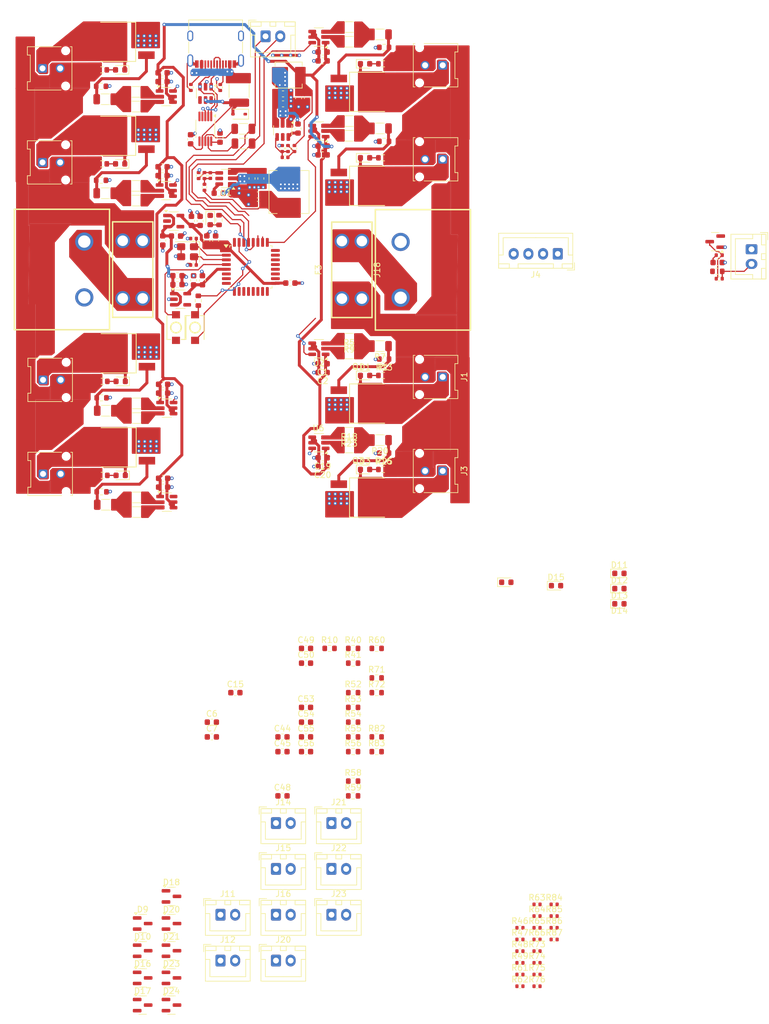
<source format=kicad_pcb>
(kicad_pcb (version 20241229) (generator "pcbnew") (generator_version "9.0")
  (layers (0 "F.Cu" signal) (2 "B.Cu" signal) (13 "F.Paste" user) (15 "B.Paste" user) (5 "F.SilkS" user "F.Silkscreen") (7 "B.SilkS" user "B.Silkscreen") (1 "F.Mask" user) (3 "B.Mask" user) (25 "Edge.Cuts" user))
  (net 0 "")
  (net 1 "+24V")
  (net 2 "GND")
  (net 3 "Net-(U1-BOOT)")
  (net 4 "Net-(U1-SW)")
  (net 5 "+5V")
  (net 6 "Net-(U4-PF0)")
  (net 7 "Net-(U1-FB)")
  (net 8 "+3.3VA")
  (net 9 "+3.3V")
  (net 10 "Net-(C17-Pad1)")
  (net 11 "Net-(U4-PF1)")
  (net 12 "RST")
  (net 13 "TH0")
  (net 14 "TH1")
  (net 15 "TH2")
  (net 16 "TH3")
  (net 17 "TH4")
  (net 18 "TH5")
  (net 19 "TH6")
  (net 20 "TH7")
  (net 21 "TH8")
  (net 22 "TH9")
  (net 23 "Net-(U5-SW)")
  (net 24 "Net-(U5-BOOT)")
  (net 25 "+12V")
  (net 26 "Net-(U5-FB)")
  (net 27 "Net-(C28-Pad1)")
  (net 28 "VBUS")
  (net 29 "Net-(D1-A)")
  (net 30 "Net-(D2-A)")
  (net 31 "Net-(D3-A)")
  (net 32 "Net-(D4-A)")
  (net 33 "Net-(D1-K)")
  (net 34 "Net-(D2-K)")
  (net 35 "Net-(D3-K)")
  (net 36 "Net-(D8-K-Pad3)")
  (net 37 "Net-(D9-K-Pad3)")
  (net 38 "Net-(D10-K-Pad3)")
  (net 39 "Net-(D4-K)")
  (net 40 "Net-(D6-A)")
  (net 41 "Net-(D6-K)")
  (net 42 "Net-(D7-A)")
  (net 43 "Net-(D15-A)")
  (net 44 "Net-(D7-K)")
  (net 45 "Net-(D11-A)")
  (net 46 "Net-(D12-A)")
  (net 47 "Net-(D13-A)")
  (net 48 "Net-(D14-A)")
  (net 49 "Net-(D16-K-Pad3)")
  (net 50 "Net-(D19-A)")
  (net 51 "Net-(D19-K)")
  (net 52 "Net-(D17-K-Pad3)")
  (net 53 "Net-(D18-K-Pad3)")
  (net 54 "Net-(D20-K-Pad3)")
  (net 55 "Net-(D21-K-Pad3)")
  (net 56 "Net-(D22-A)")
  (net 57 "Net-(D22-K)")
  (net 58 "Net-(D23-K-Pad3)")
  (net 59 "Net-(D24-K-Pad3)")
  (net 60 "Net-(F1-Pad1)")
  (net 61 "Net-(J17-Pin_1)")
  (net 62 "Net-(J18-Pin_1)")
  (net 63 "Net-(J14-Pin_2)")
  (net 64 "Net-(J15-Pin_2)")
  (net 65 "Net-(J16-Pin_2)")
  (net 66 "Net-(J20-Pin_2)")
  (net 67 "Net-(J21-Pin_2)")
  (net 68 "Net-(J22-Pin_2)")
  (net 69 "Net-(J23-Pin_2)")
  (net 70 "Net-(J10-Pin_2)")
  (net 71 "Net-(J11-Pin_2)")
  (net 72 "Net-(J12-Pin_2)")
  (net 73 "RX")
  (net 74 "TX")
  (net 75 "SWCLK")
  (net 76 "SWDIO")
  (net 77 "D_-")
  (net 78 "D_+")
  (net 79 "CC1")
  (net 80 "CC2")
  (net 81 "Net-(Q1-G)")
  (net 82 "Net-(Q2-G)")
  (net 83 "Net-(Q3-G)")
  (net 84 "Net-(Q4-G)")
  (net 85 "Net-(Q5-G)")
  (net 86 "Net-(Q6-G)")
  (net 87 "Net-(Q7-G)")
  (net 88 "Net-(Q8-G)")
  (net 89 "BOOT")
  (net 90 "Net-(R4-Pad2)")
  (net 91 "Net-(R5-Pad2)")
  (net 92 "Net-(U2-OUTH)")
  (net 93 "Net-(R11-Pad1)")
  (net 94 "Net-(U3-OUTH)")
  (net 95 "Net-(U7-OUTH)")
  (net 96 "Net-(U7-OUTL)")
  (net 97 "Net-(U2-OUTL)")
  (net 98 "Net-(U3-OUTL)")
  (net 99 "Net-(R18-Pad2)")
  (net 100 "Net-(U6-OUTH)")
  (net 101 "Net-(R19-Pad2)")
  (net 102 "Net-(U6-OUTL)")
  (net 103 "Net-(U10-OUTH)")
  (net 104 "Net-(U9-TXD)")
  (net 105 "Net-(U10-OUTL)")
  (net 106 "Net-(U9-RXD)")
  (net 107 "Net-(R32-Pad2)")
  (net 108 "Net-(R42-Pad2)")
  (net 109 "Net-(U14-OUTH)")
  (net 110 "Net-(R67-Pad2)")
  (net 111 "Net-(U14-OUTL)")
  (net 112 "Net-(R78-Pad2)")
  (net 113 "Net-(U13-OUTH)")
  (net 114 "Net-(U13-OUTL)")
  (net 115 "Net-(U15-OUTH)")
  (net 116 "Net-(U15-OUTL)")
  (net 117 "HEATER7")
  (net 118 "HEATER6")
  (net 119 "HEATER0")
  (net 120 "HEATER1")
  (net 121 "HEATER3")
  (net 123 "HEATER2")
  (net 124 "HEATER5")
  (net 125 "HEATER4")
  (net 134 "Net-(D25-A)")
  (net 135 "ACT")
  (footprint "Resistor_SMD:R_1206_3216Metric" (layer "F.Cu") (at 110.71401 26.96)
    (property "Reference" "R11" (hide yes))
    (property "Value" "12")
  )
  (footprint "Capacitor_SMD:C_0603_1608Metric" (layer "F.Cu") (at 139.645 136.75)
    (property "Reference" "C56")
    (property "Value" "0.1uF")
  )
  (footprint "Resistor_SMD:R_1206_3216Metric" (layer "F.Cu") (at 105.46401 41.71)
    (property "Reference" "R22" (hide yes))
    (property "Value" "0")
  )
  (footprint "Capacitor_SMD:C_0603_1608Metric" (layer "F.Cu") (at 142.475 70.73 180)
    (property "Reference" "C1")
    (property "Value" "10uF")
  )
  (footprint "Capacitor_SMD:C_0603_1608Metric" (layer "F.Cu") (at 123.605 134.24)
    (property "Reference" "C7")
    (property "Value" "10nF")
  )
  (footprint "Capacitor_SMD:C_0603_1608Metric" (layer "F.Cu") (at 121.6125 46.425 90)
    (property "Reference" "C42" (hide yes))
    (property "Value" "1uF")
  )
  (footprint "LED_SMD:LED_0603_1608Metric" (layer "F.Cu") (at 123.33125 46.275 -90)
    (property "Reference" "D25" (hide yes))
    (property "Value" "LED")
  )
  (footprint "Resistor_SMD:R_1206_3216Metric" (layer "F.Cu") (at 152.225 67.73 180)
    (property "Reference" "R7")
    (property "Value" "0")
  )
  (footprint "Capacitor_SMD:C_1812_4532Metric" (layer "F.Cu") (at 128.25 24.25 -90)
    (property "Reference" "F1" (hide yes))
    (property "Value" "1A")
  )
  (footprint "Connector_Molex:Molex_Micro-Fit_3.0_43045-0212_2x01_P3.00mm_Vertical" (layer "F.Cu") (at 94.77401 20.46 90)
    (property "Reference" "J2" (hide yes))
    (property "Value" "HEATER0")
  )
  (footprint "Resistor_SMD:R_0603_1608Metric" (layer "F.Cu") (at 152.79375 35.68)
    (property "Reference" "R77" (hide yes))
    (property "Value" "4.7k")
  )
  (footprint "Package_TO_SOT_SMD:SOT-23" (layer "F.Cu") (at 116.735 170.635)
    (property "Reference" "D21")
    (property "Value" "BAV99")
  )
  (footprint "Resistor_SMD:R_0603_1608Metric" (layer "F.Cu") (at 151.675 136.75)
    (property "Reference" "R83")
    (property "Value" "4.7k")
  )
  (footprint "Resistor_SMD:R_1206_3216Metric" (layer "F.Cu") (at 110.80401 93.48 180)
    (property "Reference" "R42" (hide yes))
    (property "Value" "68")
  )
  (footprint "Resistor_SMD:R_1206_3216Metric" (layer "F.Cu") (at 146.975 31.93)
    (property "Reference" "R78" (hide yes))
    (property "Value" "68")
  )
  (footprint "easyeda2kicad:SW-SMD_L3.9-W3.0-P4.45" (layer "F.Cu") (at 117.5 64.57 90)
    (property "Reference" "SW1" (hide yes))
    (property "Value" "SW_Push")
  )
  (footprint "Resistor_SMD:R_0402_1005Metric" (layer "F.Cu") (at 210 56.25)
    (property "Reference" "R44" (hide yes))
    (property "Value" "2.37k")
  )
  (footprint "easyeda2kicad:TO-252-2_L6.6-W6.1-P4.57-LS9.9-TL-CW" (layer "F.Cu") (at 148.515 40.45)
    (property "Reference" "Q8" (hide yes))
    (property "Value" "AOD4184A")
  )
  (footprint "Capacitor_SMD:C_0603_1608Metric" (layer "F.Cu") (at 122.75 49.75 90)
    (property "Reference" "C3" (hide yes))
    (property "Value" "4.7uF")
  )
  (footprint "Package_TO_SOT_SMD:SOT-23-6" (layer "F.Cu") (at 115.94151 78.28)
    (property "Reference" "U10" (hide yes))
    (property "Value" "UCC27511ADBV")
  )
  (footprint "easyeda2kicad:CONN-TH_2P-P9.50_DBT50G-9.5-2P" (layer "F.Cu") (at 101.88401 54.69 -90)
    (property "Reference" "J17" (hide yes))
    (property "Value" "Conn_01x02_Socket")
  )
  (footprint "Resistor_SMD:R_1206_3216Metric" (layer "F.Cu") (at 105.55401 78.73)
    (property "Reference" "R33" (hide yes))
    (property "Value" "0")
  )
  (footprint "Resistor_SMD:R_0603_1608Metric" (layer "F.Cu") (at 152.79375 72.73)
    (property "Reference" "R1")
    (property "Value" "4.7k")
  )
  (footprint "Package_TO_SOT_SMD:SOT-23-6" (layer "F.Cu") (at 122.538 24.712 -90)
    (property "Reference" "U8" (hide yes))
    (property "Value" "SRV05-4")
  )
  (footprint "Capacitor_SMD:C_0603_1608Metric" (layer "F.Cu") (at 135.725 24.8)
    (property "Reference" "C25" (hide yes))
    (property "Value" "0.1uF")
  )
  (footprint "Resistor_SMD:R_1206_3216Metric" (layer "F.Cu") (at 105.55401 94.73)
    (property "Reference" "R43" (hide yes))
    (property "Value" "0")
  )
  (footprint "Capacitor_SMD:C_0603_1608Metric" (layer "F.Cu") (at 131.95 39.2 -90)
    (property "Reference" "C11" (hide yes))
    (property "Value" "10uF")
  )
  (footprint "Capacitor_SMD:C_0603_1608Metric" (layer "F.Cu") (at 138.275 30.7 90)
    (property "Reference" "C23" (hide yes))
    (property "Value" "0.1uF")
  )
  (footprint "Resistor_SMD:R_1206_3216Metric" (layer "F.Cu") (at 152.225 14.68 180)
    (property "Reference" "R68" (hide yes))
    (property "Value" "0")
  )
  (footprint "Connector_Molex:Molex_Micro-Fit_3.0_43045-0212_2x01_P3.00mm_Vertical" (layer "F.Cu") (at 162.915 19.93 -90)
    (property "Reference" "J13" (hide yes))
    (property "Value" "HEATER4")
  )
  (footprint "LED_SMD:LED_0603_1608Metric" (layer "F.Cu") (at 193 106.41)
    (property "Reference" "D11")
    (property "Value" "LED")
  )
  (footprint "Capacitor_SMD:C_0603_1608Metric" (layer "F.Cu") (at 135.635 134.24)
    (property "Reference" "C44")
    (property "Value" "0.1uF")
  )
  (footprint "Connector_Molex:Molex_Micro-Fit_3.0_43045-0212_2x01_P3.00mm_Vertical" (layer "F.Cu") (at 162.915 88.98 -90)
    (property "Reference" "J3")
    (property "Value" "HEATER7")
  )
  (footprint "Resistor_SMD:R_0402_1005Metric" (layer "F.Cu") (at 210 52.25)
    (property "Reference" "R45" (hide yes))
    (property "Value" "2.37k")
  )
  (footprint "Capacitor_SMD:C_0603_1608Metric" (layer "F.Cu") (at 115.30401 91.73)
    (property "Reference" "C38" (hide yes))
    (property "Value" "0.1uF")
  )
  (footprint "Capacitor_SMD:C_0603_1608Metric" (layer "F.Cu") (at 125 32.25 90)
    (property "Reference" "C30" (hide yes))
    (property "Value" "0.1uF")
  )
  (footprint "Resistor_SMD:R_0603_1608Metric" (layer "F.Cu") (at 104.89526 36.71 180)
    (property "Reference" "R17" (hide yes))
    (property "Value" "4.7k")
  )
  (footprint "Package_SO:MSOP-10_3x3mm_P0.5mm" (layer "F.Cu") (at 122.5 30.75 -90)
    (property "Reference" "U9" (hide yes))
    (property "Value" "CH340E")
  )
  (footprint "Connector_JST:JST_XH_B2B-XH-A_1x02_P2.50mm_Vertical" (layer "F.Cu") (at 134.525 164.51)
    (property "Reference" "J16")
    (property "Value" "TH7")
  )
  (footprint "Capacitor_SMD:C_0603_1608Metric" (layer "F.Cu") (at 139.645 121.69)
    (property "Reference" "C50")
    (property "Value" "0.1uF")
  )
  (footprint "Capacitor_SMD:C_0603_1608Metric" (layer "F.Cu") (at 115.25 49.75 -90)
    (property "Reference" "C40" (hide yes))
    (property "Value" "1uF")
  )
  (footprint "Capacitor_SMD:C_0603_1608Metric" (layer "F.Cu") (at 139.645 129.22)
    (property "Reference" "C53")
    (property "Value" "0.1uF")
  )
  (footprint "Connector_JST:JST_XH_B2B-XH-A_1x02_P2.50mm_Vertical" (layer "F.Cu") (at 134.525 148.91)
    (property "Reference" "J14")
    (property "Value" "TH1")
  )
  (footprint "Connector_JST:JST_XH_B2B-XH-A_1x02_P2.50mm_Vertical" (layer "F.Cu") (at 134.525 156.71)
    (property "Reference" "J15")
    (property "Value" "TH5")
  )
  (footprint "Capacitor_SMD:C_0603_1608Metric" (layer "F.Cu") (at 115.21401 38.71)
    (property "Reference" "C21" (hide yes))
    (property "Value" "10uF")
  )
  (footprint "Connector_JST:JST_XH_B2B-XH-A_1x02_P2.50mm_Vertical" (layer "F.Cu") (at 215.5 51.25 -90)
    (property "Reference" "J10" (hide yes))
    (property "Value" "TH0")
  )
  (footprint "Resistor_SMD:R_0402_1005Metric" (layer "F.Cu") (at 176.065 174.69)
    (property "Reference" "R61")
    (property "Value" "2.37k")
  )
  (footprint "Resistor_SMD:R_0603_1608Metric" (layer "F.Cu") (at 143.655 119.18)
    (property "Reference" "R10")
    (property "Value" "10k")
  )
  (footprint "LED_SMD:LED_0603_1608Metric" (layer "F.Cu") (at 173.745 107.92)
    (property "Reference" "D14")
    (property "Value" "LED")
  )
  (footprint "Resistor_SMD:R_0402_1005Metric" (layer "F.Cu") (at 181.885 168.72)
    (property "Reference" "R87")
    (property "Value" "2.37k")
  )
  (footprint "Capacitor_SMD:C_0603_1608Metric" (layer "F.Cu") (at 117.75 55.75)
    (property "Reference" "C33" (hide yes))
    (property "Value" "0.1uF")
  )
  (footprint "Resistor_SMD:R_0603_1608Metric" (layer "F.Cu") (at 152.79375 88.73)
    (property "Reference" "R16")
    (property "Value" "4.7k")
  )
  (footprint "Capacitor_SMD:C_0603_1608Metric" (layer "F.Cu") (at 115.21401 22.71)
    (property "Reference" "C8" (hide yes))
    (property "Value" "10uF")
  )
  (footprint "Capacitor_SMD:C_0603_1608Metric" (layer "F.Cu") (at 139.645 131.73)
    (property "Reference" "C54")
    (property "Value" "0.1uF")
  )
  (footprint "Package_TO_SOT_SMD:SOT-23-6" (layer "F.Cu") (at 141.8375 31.13 180)
    (property "Reference" "U15" (hide yes))
    (property "Value" "UCC27511ADBV")
  )
  (footprint "Capacitor_SMD:C_0603_1608Metric" (layer "F.Cu") (at 131.475 42 180)
    (property "Reference" "C14" (hide yes))
    (property "Value" "22uF")
  )
  (footprint "Package_TO_SOT_SMD:SOT-23" (layer "F.Cu") (at 116.735 166.01)
    (property "Reference" "D20")
    (property "Value" "BAV99")
  )
  (footprint "Resistor_SMD:R_1206_3216Metric" (layer "F.Cu") (at 110.80401 77.48 180)
    (property "Reference" "R32" (hide yes))
    (property "Value" "68")
  )
  (footprint "Capacitor_SMD:C_0402_1005Metric" (layer "F.Cu") (at 123.35 38.7 90)
    (property "Reference" "C17" (hide yes))
    (property "Value" "75pF")
  )
  (footprint "Resistor_SMD:R_0603_1608Metric" (layer "F.Cu") (at 147.665 119.18)
    (property "Reference" "R40")
    (property "Value" "4.7k")
  )
  (footprint "Capacitor_SMD:C_0603_1608Metric" (layer "F.Cu") (at 139.875 25.475 -90)
    (property "Reference" "C27" (hide yes))
    (property "Value" "22uF")
  )
  (footprint "Resistor_SMD:R_0603_1608Metric" (layer "F.Cu") (at 147.665 141.77)
    (property "Reference" "R58")
    (property "Value" "4.7k")
  )
  (footprint "Resistor_SMD:R_0402_1005Metric" (layer "F.Cu") (at 122.35 38.7 90)
    (property "Reference" "R12" (hide yes))
    (property "Value" "100k")
  )
  (footprint "Capacitor_SMD:C_0603_1608Metric" (layer "F.Cu") (at 130.45 39.2 -90)
    (property "Reference" "C12" (hide yes))
    (property "Value" "0.1uF")
  )
  (footprint "Package_TO_SOT_SMD:SOT-23" (layer "F.Cu") (at 116.735 179.885)
    (property "Reference" "D24")
    (property "Value" "BAV99")
  )
  (footprint "Package_TO_SOT_SMD:SOT-23-5" (layer "F.Cu") (at 117.1125 46.45)
    (property "Reference" "U12" (hide yes))
    (property "Value" "TLV73333PDBV")
  )
  (footprint "Resistor_SMD:R_0603_1608Metric" (layer "F.Cu") (at 151.675 119.18)
    (property "Reference" "R60")
    (property "Value" "4.7k")
  )
  (footprint "Capacitor_SMD:C_0603_1608Metric" (layer "F.Cu") (at 138.375 25.5 -90)
    (property "Reference" "C26" (hide yes))
    (property "Value" "22uF")
  )
  (footprint "Capacitor_SMD:C_0603_1608Metric" (layer "F.Cu") (at 142.475 86.73 180)
    (property "Reference" "C19")
    (property "Value" "10uF")
  )
  (footprint "Resistor_SMD:R_0402_1005Metric" (layer "F.Cu") (at 181.885 162.75)
    (property "Reference" "R84")
    (property "Value" "2.37k")
  )
  (footprint "Resistor_SMD:R_0402_1005Metric" (layer "F.Cu") (at 178.975 174.69)
    (property "Reference" "R75")
    (property "Value" "2.37k")
  )
  (footprint "Package_TO_SOT_SMD:SOT-23" (layer "F.Cu") (at 111.825 166.01)
    (property "Reference" "D9")
    (property "Value" "BAV99")
  )
  (footprint "easyeda2kicad:TO-252-2_L6.6-W6.1-P4.57-LS9.9-TL-CW" (layer "F.Cu") (at 148.515 77.5)
    (property "Reference" "Q1")
    (property "Value" "AOD4184A")
  )
  (footprint "Resistor_SMD:R_0603_1608Metric" (layer "F.Cu") (at 147.665 144.28)
    (property "Reference" "R59")
    (property "Value" "4.7k")
  )
  (footprint "Capacitor_SMD:C_0603_1608Metric" (layer "F.Cu") (at 139.645 134.24)
    (property "Reference" "C55")
    (property "Value" "0.1uF")
  )
  (footprint "LED_SMD:LED_0603_1608Metric" (layer "F.Cu") (at 193 109)
    (property "Reference" "D12")
    (property "Value" "LED")
  )
  (footprint "Resistor_SMD:R_1206_3216Metric" (layer "F.Cu") (at 110.80401 95.98)
    (property "Reference" "R50" (hide yes))
    (property "Value" "12")
  )
  (footprint "Resistor_SMD:R_0402_1005Metric" (layer "F.Cu") (at 178.975 166.73)
    (property "Reference" "R65")
    (property "Value" "2.37k")
  )
  (footprint "Capacitor_SMD:C_0603_1608Metric" (layer "F.Cu") (at 124.25 49.75 90)
    (property "Reference" "C4" (hide yes))
    (property "Value" "0.1uF")
  )
  (footprint "Capacitor_SMD:C_0603_1608Metric" (layer "F.Cu") (at 117.5 49)
    (property "Reference" "C39" (hide yes))
    (property "Value" "0.1uF")
  )
  (footprint "Capacitor_SMD:C_0603_1608Metric" (layer "F.Cu") (at 142.475 33.68 180)
    (property "Reference" "C51" (hide yes))
    (property "Value" "10uF")
  )
  (footprint "Resistor_SMD:R_0603_1608Metric" (layer "F.Cu") (at 209.675 55 180)
    (property "Reference" "R39" (hide yes))
    (property "Value" "4.7k")
  )
  (footprint "Package_TO_SOT_SMD:SOT-23-6" (layer "F.Cu") (at 141.8375 84.18 180)
    (property "Reference" "U6")
    (property "Value" "UCC27511ADBV")
  )
  (footprint "Capacitor_SMD:C_0603_1608Metric" (layer "F.Cu") (at 120.5 56.525 90)
    (property "Reference" "C35" (hide yes))
    (property "Value" "0.1uF")
  )
  (footprint "Capacitor_SMD:C_0603_1608Metric" (layer "F.Cu") (at 209.725 53.5)
    (property "Reference" "C43" (hide yes))
    (property "Value" "0.1uF")
  )
  (footprint "Connector_Molex:Molex_Micro-Fit_3.0_43045-0212_2x01_P3.00mm_Vertical" (layer "F.Cu") (at 162.915 35.93 -90)
    (property "Reference" "J19" (hide yes))
    (property "Value" "HEATER5")
  )
  (footprint "Diode_SMD:D_SOD-323" (layer "F.Cu") (at 128.25 28.25 180)
    (property "Reference" "D5" (hide yes))
    (property "Value" "CUS10S30")
  )
  (footprint "Capacitor_SMD:C_0603_1608Metric" (layer "F.Cu") (at 119.9875 32.525 90)
    (property "Reference" "C29" (hide yes))
    (property "Value" "0.1uF")
  )
  (footprint "Package_TO_SOT_SMD:SOT-23" (layer "F.Cu") (at 209.3125 49.95 180)
    (property "Reference" "D8" (hide yes))
    (property "Value" "BAV99")
  )
  (footprint "Capacitor_SMD:C_0603_1608Metric" (layer "F.Cu") (at 142.475 17.68 180)
    (property "Reference" "C47" (hide yes))
    (property "Value" "0.1uF")
  )
  (footprint "Capacitor_SMD:C_0603_1608Metric" (layer "F.Cu") (at 123.605 131.73)
    (property "Reference" "C6")
    (property "Value" "1uF")
  )
  (footprint "Package_TO_SOT_SMD:SOT-23-6" (layer "F.Cu") (at 115.94151 94.28)
    (property "Reference" "U13" (hide yes))
    (property "Value" "UCC27511ADBV")
  )
  (footprint "Capacitor_SMD:C_0603_1608Metric" (layer "F.Cu") (at 122 56.525 90)
    (property "Reference" "C36" (hide yes))
    (property "Value" "1uF")
  )
  (footprint "Capacitor_SMD:C_0603_1608Metric" (layer "F.Cu") (at 115.21401 21.21)
    (property "Reference" "C9" (hide yes))
    (property "Value" "0.1uF")
  )
  (footprint "Capacitor_SMD:C_0402_1005Metric" (layer "F.Cu") (at 136.075 35.6 180)
    (property "Reference" "C28" (hide yes))
    (property "Value" "75pF")
  )
  (footprint "Resistor_SMD:R_0402_1005Metric" (layer "F.Cu") (at 136.575 34.1 -90)
    (property "Reference" "R27" (hide yes))
    (property "Value" "100k")
  )
  (footprint "Resistor_SMD:R_1206_3216Metric" (layer "F.Cu") (at 110.71401 24.46 180)
    (property "Reference" "R6" (hide yes))
    (property "Value" "68")
  )
  (footprint "Resistor_SMD:R_1206_3216Metric" (layer "F.Cu") (at 105.46401 25.71)
    (property "Reference" "R8" (hide yes))
    (property "Value" "0")
  )
  (footprint "Capacitor_SMD:C_0603_1608Metric" (layer "F.Cu") (at 135.725 26.5)
    (property "Reference" "C24" (hide yes))
    (property "Value" "10uF")
  )
  (footprint "Resistor_SMD:R_1206_3216Metric" (layer "F.Cu") (at 146.975 68.98)
    (property "Reference" "R5")
    (property "Value" "68")
  )
  (footprint "Connector_JST:JST_XH_B2B-XH-A_1x02_P2.50mm_Vertical" (layer "F.Cu") (at 143.975 156.71)
    (property "Reference" "J22")
    (property "Value" "TH3")
  )
  (footprint "Resistor_SMD:R_0402_1005Metric" (layer "F.Cu") (at 137.675 34.1 -90)
    (property "Reference" "R21" (hide yes))
    (property "Value" "50")
  )
  (footprint "Resistor_SMD:R_1206_3216Metric" (layer "F.Cu") (at 128.9625 30.75)
    (property "Reference" "R29" (hide yes))
    (property "Value" "0")
  )
  (footprint "Resistor_SMD:R_0402_1005Metric" (layer "F.Cu") (at 176.065 176.68)
    (property "Reference" "R62")
    (property "Value" "2.37k")
  )
  (footprint "Resistor_SMD:R_0603_1608Metric" (layer "F.Cu") (at 147.665 136.75)
    (property "Reference" "R56")
    (property "Value" "1k")
  )
  (footprint "Resistor_SMD:R_0603_1608Metric" (layer "F.Cu") (at 104.98526 73.73 180)
    (property "Reference" "R30" (hide yes))
    (property "Value" "4.7k")
  )
  (footprint "Capacitor_SMD:C_0603_1608Metric" (layer "F.Cu") (at 136.975 57)
    (property "Reference" "C5" (hide yes))
    (property "Value" "0.1uF")
  )
  (footprint "Capacitor_SMD:C_0402_1005Metric" (layer "F.Cu") (at 120.475 49.425 180)
    (property "Reference" "C16" (hide yes))
    (property "Value" "14pF")
  )
  (footprint "Resistor_SMD:R_1206_3216Metric" (layer "F.Cu") (at 146.975 82.48 180)
    (property "Reference" "R23")
    (property "Value" "12")
  )
  (footprint "Resistor_SMD:R_0603_1608Metric" (layer "F.Cu") (at 124.83125 46.275 -90)
    (property "Reference" "R88" (hide yes))
    (property "Value" "1k")
  )
  (footprint "easyeda2kicad:TO-252-2_L6.6-W6.1-P4.57-LS9.9-TL-CW" (layer "F.Cu") (at 109.17401 15.94 180)
    (property "Reference" "Q2" (hide yes))
    (property "Value" "AOD4184A")
  )
  (footprint "easyeda2kicad:SW-SMD_L3.9-W3.0-P4.45" (layer "F.Cu") (at 120.75 64.57 -90)
    (property "Reference" "SW2" (hide yes))
    (property "Value" "SW_Push")
  )
  (footprint "Resistor_SMD:R_0603_1608Metric" (layer "F.Cu") (at 151.675 124.2)
    (property "Reference" "R71")
    (property "Value" "4.7k")
  )
  (footprint "Capacitor_SMD:C_0603_1608Metric" (layer "F.Cu") (at 142.475 19.18 180)
    (property "Reference" "C46" (hide yes))
    (property "Value" "10uF")
  )
  (footprint "Resistor_SMD:R_0603_1608Metric" (layer "F.Cu") (at 104.89526 20.71 180)
    (property "Reference" "R2" (hide yes))
    (property "Value" "4.7k")
  )
  (footprint "Resistor_SMD:R_1206_3216Metric" (layer "F.Cu") (at 129 33.25)
    (property "Reference" "R31" (hide yes))
    (property "Value" "0")
  )
  (footprint "Package_TO_SOT_SMD:SOT-23-5" (layer "F.Cu") (at 118.275 59.75)
    (property "Reference" "U11" (hide yes))
    (property "Value" "TLV73333PDBV")
  )
  (footprint "easyeda2kicad:TO-252-2_L6.6-W6.1-P4.57-LS9.9-TL-CW" (layer "F.Cu") (at 148.515 24.45)
    (property "Reference" "Q7" (hide yes))
    (property "Value" "AOD4184A")
  )
  (footprint "Resistor_SMD:R_1206_3216Metric" (layer "F.Cu") (at 110.71401 40.46 180)
    (property "Reference" "R19" (hide yes))
    (property "Value" "68")
  )
  (footprint "Capacitor_SMD:C_0402_1005Metric" (layer "F.Cu") (at 120.475 53.925 180)
    (property "Reference" "C18" (hide yes))
    (property "Value" "14pF")
  )
  (footprint "Connector_JST:JST_XH_B2B-XH-A_1x02_P2.50mm_Vertical" (layer "F.Cu") (at 134.525 172.31)
    (property "Reference" "J20")
    (property "Value" "TH2")
  )
  (footprint "LED_SMD:LED_0603_1608Metric" (layer "F.Cu") (at 107.99526 20.71 180)
    (property "Reference" "D2" (hide yes))
    (property "Value" "LED")
  )
  (footprint "Resistor_SMD:R_0402_1005Metric" (layer "F.Cu") (at 121.35 38.7 90)
    (property "Reference" "R15" (hide yes))
    (property "Value" "13.3k")
  )
  (footprint "Resistor_SMD:R_1206_3216Metric" (layer "F.Cu") (at 152.225 30.68 180)
    (property "Reference" "R79" (hide yes))
    (property "Value" "0")
  )
  (footprint "Connector_JST:JST_XH_B2B-XH-A_1x02_P2.50mm_Vertical" (layer "F.Cu") (at 125.075 164.51)
    (property "Reference" "J11")
    (property "Value" "TH4")
  )
  (footprint "Inductor_SMD:L_TechFuse_SL0650" (layer "F.Cu") (at 136.75 41.5 -90)
    (property "Reference" "L1" (hide yes))
    (property "Value" "15uH")
  )
  (footprint "Connector_JST:JST_XH_B4B-XH-A_1x04_P2.50mm_Vertical" (layer "F.Cu") (at 182.5 52.025 180)
    (property "Reference" "J4")
    (property "Value" "SWD")
  )
  (footprint "Connector_JST:JST_XH_B2B-XH-A_1x02_P2.50mm_Vertical" (layer "F.Cu") (at 125.075 172.31)
    (property "Reference" "J12")
    (property "Value" "TH6")
  )
  (footprint "Package_QFP:LQFP-32_7x7mm_P0.8mm" (layer "F.Cu") (at 130.25 54.25)
    (property "Reference" "U4" (hide yes))
    (property "Value" "STM32F030K6Tx")
  )
  (footprint "Connector_Molex:Molex_Micro-Fit_3.0_43045-0212_2x01_P3.00mm_Vertical" (layer "F.Cu") (at 162.915 72.98 -90)
    (property "Reference" "J1")
    (property "Value" "HEATER6")
  )
  (footprint "easyeda2kicad:FUSE-TH_4P-L16.0-W6.7" (layer "F.Cu") (at 110.13401 54.7 -90)
    (property "Reference" "F2" (hide yes))
    (property "Value" "20A")
  )
  (footprint "easyeda2kicad:TO-252-2_L6.6-W6.1-P4.57-LS9.9-TL-CW" (layer "F.Cu") (at 109.26401 84.96 180)
    (property "Reference" "Q6" (hide yes))
    (property "Value" "AOD4184A")
  )
  (footprint "Resistor_SMD:R_1206_3216Metric" (layer "F.Cu") (at 146.975 29.43 180)
    (property "Reference" "R80" (hide yes))
    (property "Value" "12")
  )
  (footprint "Crystal:Crystal_SMD_3225-4Pin_3.2x2.5mm" (layer "F.Cu") (at 119.475 51.675 180)
    (property "Reference" "Y1" (hide yes))
    (property "Value" "24MHz")
  )
  (footprint "Capacitor_SMD:C_0603_1608Metric" (layer "F.Cu") (at 115.30401 75.73)
    (property "Reference" "C31" (hide yes))
    (property "Value" "10uF")
  )
  (footprint "LED_SMD:LED_0603_1608Metric" (layer "F.Cu") (at 149.69375 19.68)
    (property "Reference" "D19" (hide yes))
    (property "Value" "LED")
  )
  (footprint "Package_TO_SOT_SMD:SOT-23" (layer "F.Cu") (at 111.825 170.635)
    (property "Reference" "D10")
    (property "Value" "BAV99")
  )
  (footprint "Capacitor_SMD:C_0603_1608Metric" (layer "F.Cu") (at 142.475 35.18 180)
    (property "Reference" "C52" (hide yes))
    (property "Value" "0.1uF")
  )
  (footprint "easyeda2kicad:TO-252-2_L6.6-W6.1-P4.57-LS9.9-TL-CW" (layer "F.Cu") (at 109.17401 31.94 180)
    (property "Reference" "Q4" (hide yes))
    (property "Value" "AOD4184A")
  )
  (footprint "Resistor_SMD:R_0603_1608Metric" (layer "F.Cu") (at 152.95 32.88 180)
    (property "Reference" "R81" (hide yes))
    (property "Value" "100k")
  )
  (footprint "LED_SMD:LED_0603_1608Metric" (layer "F.Cu") (at 149.69375 72.73)
    (property "Reference" "D1")
    (property "Value" "LED")
  )
  (footprint "Capacitor_SMD:C_0603_1608Metric" (layer "F.Cu") (at 115.30401 74.23)
    (property "Reference" "C32" (hide yes))
    (property "Value" "0.1uF")
  )
  (footprint "Capacitor_SMD:C_0603_1608Metric" (layer "F.Cu") (at 135.635 144.28)
    (property "Reference" "C48")
    (property "Value" "0.1uF")
  )
  (footprint "Resistor_SMD:R_0603_1608Metric" (layer "F.Cu") (at 152.95 85.93 180)
    (property "Reference" "R25")
    (property "Value" "100k")
  )
  (footprint "easyeda2kicad:TO-252-2_L6.6-W6.1-P4.57-LS9.9-TL-CW" (layer "F.Cu") (at 148.515 93.5)
    (property "Reference" "Q3")
    (property "Value" "AOD4184A")
  )
  (footprint "Resistor_SMD:R_0402_1005Metric" (layer "F.Cu") (at 178.975 170.71)
    (property "Reference" "R73")
    (property "Value" "2.37k")
  )
  (footprint "Resistor_SMD:R_0402_1005Metric" (layer "F.Cu") (at 178.975 162.75)
    (property "Reference" "R63")
    (property "Value" "2.37k")
  )
  (footprint "Resistor_SMD:R_0603_1608Metric" (layer "F.Cu") (at 147.665 126.71)
    (property "Reference" "R52")
    (property "Value" "4.7k")
  )
  (footprint "Resistor_SMD:R_0402_1005Metric" (layer "F.Cu") (at 176.065 172.7)
    (property "Reference" "R49")
    (property "Value" "2.37k")
  )
  (footprint "Package_TO_SOT_SMD:SOT-23-6" (layer "F.Cu") (at 115.85151 25.26)
    (property "Reference" "U3" (hide yes))
    (property "Value" "UCC27511ADBV")
  )
  (footprint "Resistor_SMD:R_0402_1005Metric" (layer "F.Cu") (at 181.885 164.74)
    (property "Reference" "R85")
    (property "Value" "2.37k")
  )
  (footprint "LED_SMD:LED_0603_1608Metric" (layer "F.Cu") (at 193 111.59)
    (property "Reference" "D13")
    (property "Value" "LED")
  )
  (footprint "Resistor_SMD:R_0603_1608Metric" (layer "F.Cu") (at 147.665 129.22)
    (property "Reference" "R53")
    (property "Value" "4.7k")
  )
  (footprint "Capacitor_SMD:C_0603_1608Metric" (layer "F.Cu") (at 131.475 43.6 180)
    (property "Reference" "C13" (hide yes))
    (property "Value" "22uF")
  )
  (footprint "Resistor_SMD:R_0402_1005Metric" (layer "F.Cu") (at 181.885 166.73)
    (property "Reference" "R86")
    (property "Value" "2.37k")
  )
  (footprint "Resistor_SMD:R_0402_1005Metric" (layer "F.Cu") (at 176.065 168.72)
    (property "Reference" "R47")
    (property "Value" "2.37k")
  )
  (footprint "Connector_Molex:Molex_Micro-Fit_3.0_43045-0212_2x01_P3.00mm_Vertical" (layer "F.Cu") (at 94.86401 73.48 90)
    (property "Reference" "J6" (hide yes))
    (property "Value" "HEATER2")
  )
  (footprint "Resistor_SMD:R_0402_1005Metric" (layer "F.Cu") (at 122.35 40.7 90)
    (property "Reference" "R3" (hide yes))
    (property "Value" "50")
  )
  (footprint "Capacitor_SMD:C_0603_1608Metric" (layer "F.Cu") (at 139.645 119.18)
    (property "Reference" "C49")
    (property "Value" "0.1uF")
  )
  (footprint "Resistor_SMD:R_0603_1608Metric" (layer "F.Cu") (at 147.665 121.69)
    (property "Reference" "R41")
    (property "Value" "4.7k")
  )
  (footprint "Resistor_SMD:R_0603_1608Metric" (layer "F.Cu") (at 104.82901 76.53)
    (property "Reference" "R37" (hide yes))
    (property "Value" "100k")
  )
  (footprint "Resistor_SMD:R_0402_1005Metric" (layer "F.Cu") (at 176.065 166.73)
    (property "Reference" "R46")
    (property "Value" "2.37k")
  )
  (footprint "Package_TO_SOT_SMD:SOT-23-6" (layer "F.Cu") (at 126 39.2 180)
    (property "Reference" "U1")
    (property "Value" "TPS54202DDC")
  )
  (footprint "Package_TO_SOT_SMD:SOT-23-6" (layer "F.Cu") (at 141.8375 68.18 180)
    (property "Reference" "U2")
    (property "Value" "UCC27511ADBV")
  )
  (footprint "Capacitor_SMD:C_0603_1608Metric" (layer "F.Cu") (at 120.1325 46.425 90)
    (property "Reference" "C41" (hide yes))
    (property "Value" "0.1uF")
  )
  (footprint "Resistor_SMD:R_0603_1608Metric" (layer "F.Cu") (at 147.665 134.24)
    (property "Reference" "R55")
    (property "Value" "1k")
  )
  (footprint "Resistor_SMD:R_0402_1005Metric" (layer "F.Cu") (at 178.975 176.68)
    (property "Reference" "R76")
    (property "Value" "2.37k")
  )
  (footprint "Resistor_SMD:R_0603_1608Metric" (layer "F.Cu") (at 152.95 69.93 180)
    (property "Reference" "R13")
    (property "Value" "100k")
  )
  (footprint "Capacitor_SMD:C_0603_1608Metric" (layer "F.Cu") (at 135.635 136.75)
    (property "Reference" "C45")
    (property "Value" "0.1uF")
  )
  (footprint "Resistor_SMD:R_0603_1608Metric" (layer "F.Cu") (at 152.79375 19.68)
    (property "Reference" "R57" (hide yes))
    (property "Value" "4.7k")
  )
  (footprint "Resistor_SMD:R_0402_1005Metric" (layer "F.Cu") (at 135.575 34.1 90)
    (property "Reference" "R28" (hide yes))
    (property "Value" "5.23k")
  )
  (footprint "Connector_Molex:Molex_Micro-Fit_3.0_43045-0212_2x01_P3.00mm_Vertical" (layer "F.Cu") (at 94.86401 89.48 90)
    (property "Reference" "J9" (hide yes))
    (property "Value" "HEATER3")
  )
  (footprint "Package_TO_SOT_SMD:SOT-23-6" (layer "F.Cu") (at 135.675 31 -90)
    (property "Reference" "U5" (hide yes))
    (property "Value" "TPS54202DDC")
  )
  (footprint "Resistor_SMD:R_0603_1608Metric" (layer "F.Cu") (at 147.665 131.73)
    (property "Reference" "R54")
    (property "Value" "1k")
  )
  (footprint "Capacitor_SMD:C_0603_1608Metric" (layer "F.Cu") (at 117.75 57.25)
    (property "Reference" "C34" (hide yes))
    (property "Value" "1uF")
  )
  (footprint "Resistor_SMD:R_0603_1608Metric" (layer "F.Cu") (at 104.98526 89.73 180)
    (property "Reference" "R38" (hide yes))
    (property "Value" "4.7k")
  )
  (footprint "easyeda2kicad:FUSE-TH_4P-L16.0-W6.7" (layer "F.Cu") (at 147.45 54.75 90)
    (property "Reference" "F3")
    (property "Value" "20A")
  )
  (footprint "Connector_JST:JST_XH_B2B-XH-A_1x02_P2.50mm_Vertical" (layer "F.Cu") (at 143.975 164.51)
    (property "Reference" "J23")
    (property "Value" "TH7")
  )
  (footprint "Capacitor_SMD:C_0603_1608Metric" (layer "F.Cu") (at 127.615 126.71)
    (property "Reference" "C15")
    (property "Value" "0.1uF")
  )
  (footprint "Connector_USB:USB_C_Receptacle_G-Switch_GT-USB-7010ASV" (layer "F.Cu") (at 124.25 16 180)
    (property "Reference" "J8" (hide yes))
    (property "Value" "USB_C_Receptacle_USB2.0_14P")
  )
  (footprint "easyeda2kicad:CONN-TH_2P-P9.50_DBT50G-9.5-2P" (layer "F.Cu") (at 155.75 54.75 90)
    (property "Reference" "J18")
    (property "Value" "Conn_01x02_Socket")
  )
  (footprint "Resistor_SMD:R_1206_3216Metric" (layer "F.Cu") (at 110.71401 42.96)
    (property "Reference" "R24" (hide yes))
    (property "Value" "12")
  )
  (footprint "LED_SMD:LED_0603_1608Metric" (layer "F.Cu") (at 149.69375 88.73)
    (property "Reference" "D3")
    (property "Value" "LED")
  )
  (footprint "Capacitor_SMD:C_0603_1608Metric" (layer "F.Cu") (at 115.30401 90.23)
    (property "Reference" "C37" (hide yes))
    (property "Value" "10uF")
  )
  (footprint "Capacitor_SMD:C_0603_1608Metric" (layer "F.Cu") (at 124.775 41.7)
    (property "Reference" "C10" (hide yes))
    (property "Value" "0.1uF")
  )
  (footprint "LED_SMD:LED_0603_1608Metric" (layer "F.Cu") (at 108.08526 73.73 180)
    (property "Reference" "D6" (hide yes))
    (property "Value" "LED")
  )
  (footprint "Resistor_SMD:R_1206_3216Metric" (layer "F.Cu") (at 146.975 66.48 180)
    (property "Reference" "R9")
    (property "Value" "12")
  )
  (footprint "Resistor_SMD:R_0603_1608Metric" (layer "F.Cu") (at 104.73901 23.51)
    (property "Reference" "R14" (hide yes))
    (property "Value" "100k")
  )
  (footprint "Resistor_SMD:R_1206_3216Metric" (layer "F.Cu") (at 146.975 84.98)
    (property "Reference" "R18")
    (property "Value" "68")
  )
  (footprint "Resistor_SMD:R_1206_3216Metric" (layer "F.Cu") (at 146.975 13.43 180)
    (property "Reference" "R69" (hide yes))
    (property "Value" "12")
  )
  (footprint "Connector_Molex:Molex_Micro-Fit_3.0_43045-0212_2x01_P3.00mm_Vertical" (layer "F.Cu") (at 94.77401 36.46 90)
    (property "Reference" "J5" (hide yes))
    (property "Value" "HEATER1")
  )
  (footprint "Resistor_SMD:R_0402_1005Metric" (layer "F.Cu") (at 125.038 23.712 -90)
    (property "Reference" "R34" (hide yes))
    (property "Value" "5.1K")
  )
  (footprint "Package_TO_SOT_SMD:SOT-23" (layer "F.Cu") (at 116.735 175.26)
    (property "Reference" "D23")
    (property "Value" "BAV99")
  )
  (footprint "Package_TO_SOT_SMD:SOT-23" (layer "F.Cu") (at 116.735 161.385)
    (property "Reference" "D18")
    (property "Value" "BAV99")
  )
  (footprint "Resistor_SMD:R_0402_1005Metric" (layer "F.Cu") (at 178.975 172.7)
    (property "Reference" "R74")
    (property "Value" "2.37k")
  )
  (footprint "Resistor_SMD:R_1206_3216Metric" (layer "F.Cu") (at 146.975 15.93)
    (property "Reference" "R67" (hide yes))
    (property "Value" "68")
  )
  (footprint "Resistor_SMD:R_0603_1608Metric" (layer "F.Cu") (at 121.3 60 -90)
    (property "Reference" "R4" (hide yes))
    (property "Value" "1k")
  )
  (footprint "LED_SMD:LED_0603_1608Metric" (layer "F.Cu") (at 107.99526 36.71 180)
    (property "Reference" "D4" (hide yes))
    (property "Value" "LED")
  )
  (footprint "Package_TO_SOT_SMD:SOT-23" (layer "F.Cu") (at 111.825 175.26)
    (property "Reference" "D16")
    (property "Value" "BAV99")
  )
  (footprint "Resistor_SMD:R_0402_1005Metric" (layer "F.Cu") (at 120.038 23.702 -90)
    (property "Reference" "R35" (hide yes))
    (property "Value" "5.1K")
  )
  (footprint "Package_TO_SOT_SMD:SOT-23" (layer "F.Cu") (at 111.825 179.885)
    (property "Reference" "D17")
    (property "Value" "BAV99")
  )
  (footprint "Package_TO_SOT_SMD:SOT-23-6" (layer "F.Cu") (at 115.85151 41.26)
    (property "Reference" "U7" (hide yes))
    (property "Value" "UCC27511ADBV")
  )
  (footprint "Connector_JST:JST_XH_B2B-XH-A_1x02_P2.50mm_Vertical" (layer "F.Cu") (at 132.75 15)
    (property "Reference" "J7" (hide yes))
    (property "Value" "UART")
  )
  (footprint "Resistor_SMD:R_0603_1608Metric" (layer "F.Cu") (at 151.675 126.71)
    (property "Reference" "R72")
    (property "Value" "4.7k")
  )
  (footprint "LED_SMD:LED_0603_1608Metric" (layer "F.Cu") (at 149.69375 35.68)
    (property "Reference" "D22" (hide yes))
    (property "Value" "LED")
  )
  (footprint "Resistor_SMD:R_0402_1005Metric" (layer "F.Cu") (at 178.975 164.74)
    (property "Reference" "R64")
    (property "Value" "2.37k")
  )
  (footprint "Capacitor_SMD:C_0603_1608Metric" (layer "F.Cu") (at 142.475 88.23 180)
    (property "Reference" "C20")
    (property "Value" "0.1uF")
  )
  (footprint "Resistor_SMD:R_0603_1608Metric" (layer "F.Cu") (at 104.73901 39.51)
    (property "Reference" "R26" (hide yes))
    (property "Value" "100k")
  )
  (footprint "Inductor_SMD:L_Sunlord_MWSA0402S" (layer "F.Cu") (at 136.675 21.6)
    (property "Reference" "L2" (hide yes))
    (property "Value" "22uH")
  )
  (footprint "Capacitor_SMD:C_0603_1608Metric" (layer "F.Cu") (at 115.21401 37.21)
    (property "Reference" "C22" (hide yes))
    (property "Value" "0.1uF")
  )
  (footprint "Resistor_SMD:R_0603_1608Metric" (layer "F.Cu") (at 104.82901 92.53)
    (property "Reference" "R51" (hide yes))
    (property "Value" "100k")
  )
  (footprint "easyeda2kicad:TO-252-2_L6.6-W6.1-P4.57-LS9.9-TL-CW" (layer "F.Cu") (at 109.26401 68.96 180)
    (property "Reference" "Q5" (hide yes))
    (property "Value" "AOD4184A")
  )
  (footprint "LED_SMD:LED_0603_1608Metric" (layer "F.Cu") (at 182.2125 108.5)
    (property "Reference" "D15")
    (property "Value" "LED")
  )
  (footprint "Package_TO_SOT_SMD:SOT-23-6" (layer "F.Cu") (at 141.8375 15.13 180)
    (property "Reference" "U14" (hide yes))
    (property "Value" "UCC27511ADBV")
  )
  (footprint "Resistor_SMD:R_1206_3216Metric" (layer "F.Cu") (at 110.80401 79.98)
    (property "Reference" "R36" (hide yes))
    (property "Value" "12")
  )
  (footprint "Resistor_SMD:R_0603_1608Metric" (layer "F.Cu") (at 151.675 134.24)
    (property "Reference" "R82")
    (property "Value" "4.7k")
  )
  (footprint "Connector_JST:JST_XH_B2B-XH-A_1x02_P2.50mm_Vertical" (layer "F.Cu") (at 143.975 148.91)
    (property "Reference" "J21")
    (property "Value" "TH6")
  )
  (footprint "Resistor_SMD:R_1206_3216Metric" (layer "F.Cu") (at 152.225 83.73 180)
    (property "Reference" "R20")
    (property "Value" "0")
  )
  (footprint "Resistor_SMD:R_0402_1005Metric" (layer "F.Cu") (at 178.975 168.72)
    (property "Reference" "R66")
    (property "Value" "2.37k")
  )
  (footprint "Capacitor_SMD:C_0603_1608Metric" (layer "F.Cu") (at 142.475 72.23 180)
    (property "Reference" "C2")
    (property "Value" "0.1uF")
  )
  (footprint "Resistor_SMD:R_0402_1005Metric" (layer "F.Cu") (at 176.065 170.71)
    (property "Reference" "R48")
    (property "Value" "2.37k")
  )
  (footprint "Resistor_SMD:R_0603_1608Metric" (layer "F.Cu") (at 152.95 16.88 180)
    (property "Reference" "R70" (hide yes))
    (property "Value" "100k")
  )
  (footprint "LED_SMD:LED_0603_1608Metric" (layer "F.Cu") (at 108.08526 89.73 180)
    (property "Reference" "D7" (hide yes))
    (property "Value" "LED")
  )
  (segment (start 159.665 88.73) (end 159.915 88.98) (width 0.5) (layer "F.Cu") (net 1))
  (segment (start 153.61875 19.68) (end 159.665 19.68) (width 0.5) (layer "F.Cu") (net 1))
  (segment (start 153.61875 88.73) (end 159.665 88.73) (width 0.5) (layer "F.Cu") (net 1))
  (segment (start 104.07026 36.71) (end 98.02401 36.71) (width 0.5) (layer "F.Cu") (net 1))
  (segment (start 104.07026 20.71) (end 98.02401 20.71) (width 0.5) (layer "F.Cu") (net 1))
  (segment (start 98.11401 89.73) (end 97.86401 89.48) (width 0.5) (layer "F.Cu") (net 1))
  (segment (start 104.16026 89.73) (end 98.11401 89.73) (width 0.5) (layer "F.Cu") (net 1))
  (segment (start 153.61875 35.68) (end 159.665 35.68) (width 0.5) (layer "F.Cu") (net 1))
  (segment (start 153.61875 72.73) (end 159.665 72.73) (width 0.5) (layer "F.Cu") (net 1))
  (segment (start 98.11401 73.73) (end 97.86401 73.48) (width 0.5) (layer "F.Cu") (net 1))
  (segment (start 159.665 19.68) (end 159.915 19.93) (width 0.5) (layer "F.Cu") (net 1))
  (segment (start 98.02401 20.71) (end 97.77401 20.46) (width 0.5) (layer "F.Cu") (net 1))
  (segment (start 104.16026 73.73) (end 98.11401 73.73) (width 0.5) (layer "F.Cu") (net 1))
  (segment (start 159.665 35.68) (end 159.915 35.93) (width 0.5) (layer "F.Cu") (net 1))
  (segment (start 98.02401 36.71) (end 97.77401 36.46) (width 0.5) (layer "F.Cu") (net 1))
  (segment (start 159.665 72.73) (end 159.915 72.98) (width 0.5) (layer "F.Cu") (net 1))
  (segment (start 119.02599 55.75) (end 119.25 55.97401) (width 0.5) (layer "F.Cu") (net 2))
  (segment (start 122 55.75) (end 122 55.1375) (width 0.5) (layer "F.Cu") (net 2))
  (segment (start 116.98901 41.26) (end 116.42241 41.26) (width 0.5) (layer "F.Cu") (net 2))
  (segment (start 122.538 22.962) (end 122.75 22.75) (width 0.2) (layer "F.Cu") (net 2))
  (segment (start 141.7 70.73) (end 140.975 70.73) (width 0.5) (layer "F.Cu") (net 2))
  (segment (start 124.25 48.975) (end 124.25 48.275) (width 0.5) (layer "F.Cu") (net 2))
  (segment (start 140.7 15.13) (end 141.2666 15.13) (width 0.5) (layer "F.Cu") (net 2))
  (segment (start 115.96551 90.3435) (end 116.07901 90.23) (width 0.5) (layer "F.Cu") (net 2))
  (segment (start 115.96551 93.7331) (end 115.96551 90.3435) (width 0.5) (layer "F.Cu") (net 2))
  (segment (start 115.87551 24.7131) (end 115.87551 21.3235) (width 0.5) (layer "F.Cu") (net 2))
  (segment (start 118.525 57.25) (end 119.22401 57.25) (width 0.5) (layer "F.Cu") (net 2))
  (segment (start 140.7 67.23) (end 140.7 68.18) (width 0.5) (layer "F.Cu") (net 2))
  (segment (start 141.7 17.68) (end 140.975 17.68) (width 0.5) (layer "F.Cu") (net 2))
  (segment (start 122.538 23.962) (end 122.538 23.5745) (width 0.2) (layer "F.Cu") (net 2))
  (segment (start 116.42241 25.26) (end 115.87551 24.7131) (width 0.5) (layer "F.Cu") (net 2))
  (segment (start 121.35 38.19) (end 121.35 37.9) (width 0.2) (layer "F.Cu") (net 2))
  (segment (start 121.05 19.725) (end 120.53 19.725) (width 0.5) (layer "F.Cu") (net 2))
  (segment (start 122.538 23.5745) (end 122.538 22.962) (width 0.2) (layer "F.Cu") (net 2))
  (segment (start 119.417 23.591) (end 119.417 19.638) (width 0.2) (layer "F.Cu") (net 2))
  (segment (start 106.25401 92.53) (end 106.30401 92.48) (width 0.5) (layer "F.Cu") (net 2))
  (segment (start 152.125 16.88) (end 151.525 16.88) (width 0.5) (layer "F.Cu") (net 2))
  (segment (start 124.417 22.333) (end 124.5 22.25) (width 0.2) (layer "F.Cu") (net 2))
  (segment (start 121.6125 45.65) (end 121.6125 45.45) (width 0.5) (layer "F.Cu") (net 2))
  (segment (start 115.96551 74.3435) (end 116.07901 74.23) (width 0.5) (layer "F.Cu") (net 2))
  (segment (start 116.42241 41.6434) (end 116.42241 41.26) (width 0.5) (layer "F.Cu") (net 2))
  (segment (start 117.07901 94.28) (end 116.51241 94.28) (width 0.5) (layer "F.Cu") (net 2))
  (segment (start 123.25 48.25) (end 122.75 48.75) (width 0.5) (layer "F.Cu") (net 2))
  (segment (start 140.7 30.18) (end 141.2666 30.7466) (width 0.5) (layer "F.Cu") (net 2))
  (segment (start 116.07901 91.73) (end 116.80401 91.73) (width 0.5) (layer "F.Cu") (net 2))
  (segment (start 116.51241 94.6634) (end 116.51241 94.28) (width 0.5) (layer "F.Cu") (net 2))
  (segment (start 117.07901 78.28) (end 116.51241 78.28) (width 0.5) (layer "F.Cu") (net 2))
  (segment (start 115.98901 38.71) (end 116.71401 38.71) (width 0.5) (layer "F.Cu") (net 2))
  (segment (start 105.65401 92.53) (end 106.25401 92.53) (width 0.5) (layer "F.Cu") (net 2))
  (segment (start 115.98901 37.21) (end 116.71401 37.21) (width 0.5) (layer "F.Cu") (net 2))
  (segment (start 119.995 49.425) (end 119.475 49.425) (width 0.2) (layer "F.Cu") (net 2))
  (segment (start 140.7 14.18) (end 141.2666 14.7466) (width 0.5) (layer "F.Cu") (net 2))
  (segment (start 141.7 72.23) (end 140.975 72.23) (width 0.5) (layer "F.Cu") (net 2))
  (segment (start 141.2666 31.13) (end 141.8135 31.6769) (width 0.5) (layer "F.Cu") (net 2))
  (segment (start 115.96551 77.7331) (end 115.96551 74.3435) (width 0.5) (layer "F.Cu") (net 2))
  (segment (start 141.8135 84.7269) (end 141.8135 88.1165) (width 0.5) (layer "F.Cu") (net 2))
  (segment (start 151.525 69.93) (end 151.475 69.98) (width 0.5) (layer "F.Cu") (net 2))
  (segment (start 121.6125 45.45) (end 121.1125 44.95) (width 0.5) (layer "F.Cu") (net 2))
  (segment (start 151.525 85.93) (end 151.475 85.98) (width 0.5) (layer "F.Cu") (net 2))
  (segment (start 125 31.475) (end 125 31) (width 0.5) (layer "F.Cu") (net 2))
  (segment (start 141.7 86.73) (end 140.975 86.73) (width 0.5) (layer "F.Cu") (net 2))
  (segment (start 141.2666 15.13) (end 141.8135 15.6769) (width 0.5) (layer "F.Cu") (net 2))
  (segment (start 117.1375 59.75) (end 116.275 59.75) (width 0.5) (layer "F.Cu") (net 2))
  (segment (start 117.07901 79.23) (end 116.51241 78.6634) (width 0.5) (layer "F.Cu") (net 2))
  (segment (start 120.038 24.212) (end 119.417 23.591) (width 0.2) (layer "F.Cu") (net 2))
  (segment (start 140.7 67.23) (end 141.2666 67.7966) (width 0.5) (layer "F.Cu") (net 2))
  (segment (start 116.51241 78.6634) (end 116.51241 78.28) (width 0.5) (layer "F.Cu") (net 2))
  (segment (start 116.07901 74.23) (end 116.80401 74.23) (width 0.5) (layer "F.Cu") (net 2))
  (segment (start 141.7 19.18) (end 140.975 19.18) (width 0.5) (layer "F.Cu") (net 2))
  (segment (start 118.525 55.75) (end 119.02599 55.75) (width 0.5) (layer "F.Cu") (net 2))
  (segment (start 115.87551 21.3235) (end 115.98901 21.21) (width 0.5) (layer "F.Cu") (net 2))
  (segment (start 116.98901 42.21) (end 116.42241 41.6434) (width 0.5) (layer "F.Cu") (net 2))
  (segment (start 137 18.25) (end 134 18.25) (width 0.5) (layer "F.Cu") (net 2))
  (segment (start 152.125 32.88) (end 151.525 32.88) (width 0.5) (layer "F.Cu") (net 2))
  (segment (start 151.525 16.88) (end 151.475 16.93) (width 0.5) (layer "F.Cu") (net 2))
  (segment (start 117.07901 79.23) (end 117.07901 78.28) (width 0.5) (layer "F.Cu") (net 2))
  (segment (start 120.53 19.725) (end 119.93 19.125) (width 0.5) (layer "F.Cu") (net 2))
  (segment (start 124.417 23.601) (end 124.417 22.333) (width 0.2) (layer "F.Cu") (net 2))
  (segment (start 120.1325 44.97) (end 120.1325 45.65) (width 0.5) (layer "F.Cu") (net 2))
  (segment (start 141.2666 84.18) (end 141.8135 84.7269) (width 0.5) (layer "F.Cu") (net 2))
  (segment (start 135.085 33.59) (end 135.075 33.6) (width 0.2) (layer "F.Cu") (net 2))
  (segment (start 106.16401 39.51) (end 106.21401 39.46) (width 0.5) (layer "F.Cu") (net 2))
  (segment (start 118.375 50.825) (end 118.375 52.525) (width 0.2) (layer "F.Cu") (net 2))
  (segment (start 116.42241 41.26) (end 115.87551 40.7131) (width 0.5) (layer "F.Cu") (net 2))
  (segment (start 137 18.25) (end 138.5 18.25) (width 0.5) (layer "F.Cu") (net 2))
  (segment (start 151.525 32.88) (end 151.475 32.93) (width 0.5) (layer "F.Cu") (net 2))
  (segment (start 119.995 53.655) (end 119.475 53.655) (width 0.2) (layer "F.Cu") (net 2))
  (segment (start 115.87551 40.7131) (end 115.87551 37.3235) (width 0.5) (layer "F.Cu") (net 2))
  (segment (start 116.42241 25.6434) (end 116.42241 25.26) (width 0.5) (layer "F.Cu") (net 2))
  (segment (start 141.8135 15.6769) (end 141.8135 19.0665) (width 0.5) (layer "F.Cu") (net 2))
  (segment (start 210.25 50.9) (end 211 50.9) (width 0.2) (layer "F.Cu") (net 2))
  (segment (start 140.7 83.23) (end 140.7 84.18) (width 0.5) (layer "F.Cu") (net 2))
  (segment (start 140.7 14.18) (end 140.7 15.13) (width 0.5) (layer "F.Cu") (net 2))
  (segment (start 141.2666 67.7966) (end 141.2666 68.18) (width 0.5) (layer "F.Cu") (net 2))
  (segment (start 119.9875 31.75) (end 120.5125 31.75) (width 0.5) (layer "F.Cu") (net 2))
  (segment (start 141.8135 35.0665) (end 141.7 35.18) (width 0.5) (layer "F.Cu") (net 2))
  (segment (start 116.07901 90.23) (end 116.80401 90.23) (width 0.5) (layer "F.Cu") (net 2))
  (segment (start 106.25401 76.53) (end 106.30401 76.48) (width 0.5) (layer "F.Cu") (net 2))
  (segment (start 118.375 50.825) (end 117.585 50.825) (width 0.2) (layer "F.Cu") (net 2))
  (segment (start 141.8135 72.1165) (end 141.7 72.23) (width 0.5) (layer "F.Cu") (net 2))
  (segment (start 117.07901 95.23) (end 117.07901 94.28) (width 0.5) (layer "F.Cu") (net 2))
  (segment (start 116.51241 78.28) (end 115.96551 77.7331) (width 0.5) (layer "F.Cu") (net 2))
  (segment (start 118.5 49) (end 119 48.5) (width 0.5) (layer "F.Cu") (net 2))
  (segment (start 120.5125 31.75) (end 120.7375 31.525) (width 0.5) (layer "F.Cu") (net 2))
  (segment (start 121.35 37.9) (end 121.5 37.75) (width 0.2) (layer "F.Cu") (net 2))
  (segment (start 116.98901 26.21) (end 116.42241 25.6434) (width 0.5) (layer "F.Cu") (net 2))
  (segment (start 115.87551 37.3235) (end 115.98901 37.21) (width 0.5) (layer "F.Cu") (net 2))
  (segment (start 122.5 27.721528) (end 122.103526 27.325054) (width 0.2) (layer "F.Cu") (net 2))
  (segment (start 140.7 68.18) (end 141.2666 68.18) (width 0.5) (layer "F.Cu") (net 2))
  (segment (start 140.7 83.23) (end 141.2666 83.7966) (width 0.5) (layer "F.Cu") (net 2))
  (segment (start 117.07901 95.23) (end 116.51241 94.6634) (width 0.5) (layer "F.Cu") (net 2))
  (segment (start 140.7 30.18) (end 140.7 31.13) (width 0.5) (layer "F.Cu") (net 2))
  (segment (start 141.8135 68.7269) (end 141.8135 72.1165) (width 0.5) (layer "F.Cu") (net 2))
  (segment (start 141.8135 88.1165) (end 141.7 88.23) (width 0.5) (layer "F.Cu") (net 2))
  (segment (start 106.16401 23.51) (end 106.21401 23.46) (width 0.5) (layer "F.Cu") (net 2))
  (segment (start 119.417 19.638) (end 119.93 19.125) (width 0.2) (layer "F.Cu") (net 2))
  (segment (start 152.125 85.93) (end 151.525 85.93) (width 0.5) (layer "F.Cu") (net 2))
  (segment (start 141.2666 83.7966) (end 141.2666 84.18) (width 0.5) (layer "F.Cu") (net 2))
  (segment (start 119.475 53.655) (end 119.455 53.675) (width 0.2) (layer "F.Cu") (net 2))
  (segment (start 116.98901 26.21) (end 116.98901 25.26) (width 0.5) (layer "F.Cu") (net 2))
  (segment (start 125.038 24.222) (end 124.417 23.601) (width 0.2) (layer "F.Cu") (net 2))
  (segment (start 105.56401 23.51) (end 106.16401 23.51) (width 0.5) (layer "F.Cu") (net 2))
  (segment (start 122.5 28.6375) (end 122.5 27.721528) (width 0.2) (layer "F.Cu") (net 2))
  (segment (start 141.2666 30.7466) (end 141.2666 31.13) (width 0.5) (layer "F.Cu") (net 2))
  (segment (start 140.7 31.13) (end 141.2666 31.13) (width 0.5) (layer "F.Cu") (net 2))
  (segment (start 115.98901 21.21) (end 116.71401 21.21) (width 0.5) (layer "F.Cu") (net 2))
  (segment (start 141.2666 68.18) (end 141.8135 68.7269) (width 0.5) (layer "F.Cu") (net 2))
  (segment (start 116.51241 94.28) (end 115.96551 93.7331) (width 0.5) (layer "F.Cu") (net 2))
  (segment (start 140.7 84.18) (end 141.2666 84.18) (width 0.5) (layer "F.Cu") (net 2))
  (segment (start 118.375 52.525) (end 117.535 52.525) (width 0.2) (layer "F.Cu") (net 2))
  (segment (start 210.5 53.5) (end 211 53.5) (width 0.2) (layer "F.Cu") (net 2))
  (segment (start 122 55.1375) (end 121.8875 55.025) (width 0.5) (layer "F.Cu") (net 2))
  (segment (start 118.525 57.25) (end 118.525 55.75) (width 0.5) (layer "F.Cu") (net 2))
  (segment (start 119.8625 44.7) (end 120.1325 44.97) (width 0.5) (layer "F.Cu") (net 2))
  (segment (start 137.75 57) (end 139 57) (width 0.5) (layer "F.Cu") (net 2))
  (segment (start 116.07901 75.73) (end 116.80401 75.73) (width 0.5) (layer "F.Cu") (net 2))
  (segment (start 115.98901 22.71) (end 116.71401 22.71) (width 0.5) (layer "F.Cu") (net 2))
  (segment (start 141.7 88.23) (end 140.975 88.23) (width 0.5) (layer "F.Cu") (net 2))
  (segment (start 105.65401 76.53) (end 106.25401 76.53) (width 0.5) (layer "F.Cu") (net 2))
  (segment (start 141.7 33.68) (end 140.975 33.68) (width 0.5) (layer "F.Cu") (net 2))
  (segment (start 141.8135 19.0665) (end 141.7 19.18) (width 0.5) (layer "F.Cu") (net 2))
  (segment (start 141.8135 31.6769) (end 141.8135 35.0665) (width 0.5) (layer "F.Cu") (net 2))
  (segment (start 115.25 50.525) (end 115.25 51.5) (width 0.5) (layer "F.Cu") (net 2))
  (segment (start 141.7 35.18) (end 140.975 35.18) (width 0.5) (layer "F.Cu") (net 2))
  (segment (start 127.45 19.725) (end 127.97 19.725) (width 0.5) (layer "F.Cu") (net 2))
  (segment (start 118.275 49) (end 118.5 49) (width 0.5) (layer "F.Cu") (net 2))
  (segment (start 141.2666 14.7466) (end 141.2666 15.13) (width 0.5) (layer "F.Cu") (net 2))
  (segment (start 122.75 48.75) (end 122.75 48.975) (width 0.5) (layer "F.Cu") (net 2))
  (segment (start 105.56401 39.51) (end 106.16401 39.51) (width 0.5) (layer "F.Cu") (net 2))
  (segment (start 116.98901 25.26) (end 116.42241 25.26) (width 0.5) (layer "F.Cu") (net 2))
  (segment (start 135.575 33.59) (end 135.085 33.59) (width 0.2) (layer "F.Cu") (net 2))
  (segment (start 116.98901 42.21) (end 116.98901 41.26) (width 0.5) (layer "F.Cu") (net 2))
  (segment (start 152.125 69.93) (end 151.525 69.93) (width 0.5) (layer "F.Cu") (net 2))
  (segment (start 127.97 19.725) (end 128.57 19.125) (width 0.5) (layer "F.Cu") (net 2))
  (via (at 111.17401 85.56) (size 0.6) (drill 0.3) (layers "F.Cu" "B.Cu") (net 2))
  (via (at 146.605 25.45) (size 0.6) (drill 0.3) (layers "F.Cu" "B.Cu") (net 2))
  (via (at 137.075 25.4) (size 0.6) (drill 0.3) (layers "F.Cu" "B.Cu") (net 2))
  (via (at 140.975 17.68) (size 0.6) (drill 0.3) (layers "F.Cu" "B.Cu") (net 2))
  (via (at 114.17401 83.96) (size 0.6) (drill 0.3) (layers "F.Cu" "B.Cu") (net 2))
  (via (at 113.08401 31.74) (size 0.6) (drill 0.3) (layers "F.Cu" "B.Cu") (net 2))
  (via (at 114.08401 31.74) (size 0.6) (drill 0.3) (layers "F.Cu" "B.Cu") (net 2))
  (via (at 146.605 93.7) (size 0.6) (drill 0.3) (layers "F.Cu" "B.Cu") (net 2))
  (via (at 146.605 24.65) (size 0.6) (drill 0.3) (layers "F.Cu" "B.Cu") (net 2))
  (via (at 211 53.5) (size 0.6) (drill 0.3) (layers "F.Cu" "B.Cu") (net 2))
  (via (at 145.605 24.65) (size 0.6) (drill 0.3) (layers "F.Cu" "B.Cu") (net 2))
  (via (at 145.605 39.85) (size 0.6) (drill 0.3) (layers "F.Cu" "B.Cu") (net 2))
  (via (at 137.075 26.9) (size 0.6) (drill 0.3) (layers "F.Cu" "B.Cu") (net 2))
  (via (at 111.08401 31.74) (size 0.6) (drill 0.3) (layers "F.Cu" "B.Cu") (net 2))
  (via (at 120.7375 31.525) (size 0.6) (drill 0.3) (layers "F.Cu" "B.Cu") (net 2))
  (via (at 146.605 76.9) (size 0.6) (drill 0.3) (layers "F.Cu" "B.Cu") (net 2))
  (via (at 112.08401 14.94) (size 0.6) (drill 0.3) (layers "F.Cu" "B.Cu") (net 2))
  (via (at 114.17401 68.76) (size 0.6) (drill 0.3) (layers "F.Cu" "B.Cu") (net 2))
  (via (at 106.30401 76.48) (size 0.6) (drill 0.3) (layers "F.Cu" "B.Cu") (net 2))
  (via (at 144.605 94.5) (size 0.6) (drill 0.3) (layers "F.Cu" "B.Cu") (net 2))
  (via (at 137.075 26.9) (size 0.6) (drill 0.3) (layers "F.Cu" "B.Cu") (net 2))
  (via (at 140.975 72.23) (size 0.6) (drill 0.3) (layers "F.Cu" "B.Cu") (net 2))
  (via (at 122.103526 27.325054) (size 0.6) (drill 0.3) (layers "F.Cu" "B.Cu") (net 2))
  (via (at 113.17401 68.76) (size 0.6) (drill 0.3) (layers "F.Cu" "B.Cu") (net 2))
  (via (at 114.17401 85.56) (size 0.6) (drill 0.3) (layers "F.Cu" "B.Cu") (net 2))
  (via (at 146.605 40.65) (size 0.6) (drill 0.3) (layers "F.Cu" "B.Cu") (net 2))
  (via (at 145.605 76.9) (size 0.6) (drill 0.3) (layers "F.Cu" "B.Cu") (net 2))
  (via (at 140.975 86.73) (size 0.6) (drill 0.3) (layers "F.Cu" "B.Cu") (net 2))
  (via (at 143.605 92.9) (size 0.6) (drill 0.3) (layers "F.Cu" "B.Cu") (net 2))
  (via (at 145.605 94.5) (size 0.6) (drill 0.3) (layers "F.Cu" "B.Cu") (net 2))
  (via (at 113.17401 85.56) (size 0.6) (drill 0.3) (layers "F.Cu" "B.Cu") (net 2))
  (via (at 145.605 41.45) (size 0.6) (drill 0.3) (layers "F.Cu" "B.Cu") (net 2))
  (via (at 116.71401 38.71) (size 0.6) (drill 0.3) (layers "F.Cu" "B.Cu") (net 2))
  (via (at 140.975 19.18) (size 0.6) (drill 0.3) (layers "F.Cu" "B.Cu") (net 2))
  (via (at 114.08401 16.54) (size 0.6) (drill 0.3) (layers "F.Cu" "B.Cu") (net 2))
  (via (at 114.17401 84.76) (size 0.6) (drill 0.3) (layers "F.Cu" "B.Cu") (net 2))
  (via (at 132.35 40.7) (size 0.6) (drill 0.3) (layers "F.Cu" "B.Cu") (net 2))
  (via (at 113.08401 16.54) (size 0.6) (drill 0.3) (layers "F.Cu" "B.Cu") (net 2))
  (via (at 144.605 39.85) (size 0.6) (drill 0.3) (layers "F.Cu" "B.Cu") (net 2))
  (via (at 112.17401 84.76) (size 0.6) (drill 0.3) (layers "F.Cu" "B.Cu") (net 2))
  (via (at 151.475 32.93) (size 0.6) (drill 0.3) (layers "F.Cu" "B.Cu") (net 2))
  (via (at 106.21401 23.46) (size 0.6) (drill 0.3) (layers "F.Cu" "B.Cu") (net 2))
  (via (at 111.08401 30.94) (size 0.6) (drill 0.3) (layers "F.Cu" "B.Cu") (net 2))
  (via (at 106.21401 39.46) (size 0.6) (drill 0.3) (layers "F.Cu" "B.Cu") (net 2))
  (via (at 112.08401 31.74) (size 0.6) (drill 0.3) (layers "F.Cu" "B.Cu") (net 2))
  (via (at 113.08401 15.74) (size 0.6) (drill 0.3) (layers "F.Cu" "B.Cu") (net 2))
  (via (at 113.17401 83.96) (size 0.6) (drill 0.3) (layers "F.Cu" "B.Cu") (net 2))
  (via (at 146.605 39.85) (size 0.6) (drill 0.3) (layers "F.Cu" "B.Cu") (net 2))
  (via (at 114.08401 15.74) (size 0.6) (drill 0.3) (layers "F.Cu" "B.Cu") (net 2))
  (via (at 111.17401 83.96) (size 0.6) (drill 0.3) (layers "F.Cu" "B.Cu") (net 2))
  (via (at 146.605 94.5) (size 0.6) (drill 0.3) (layers "F.Cu" "B.Cu") (net 2))
  (via (at 122.75 22.75) (size 0.6) (drill 0.3) (layers "F.Cu" "B.Cu") (net 2))
  (via (at 116.80401 90.23) (size 0.6) (drill 0.3) (layers "F.Cu" "B.Cu") (net 2))
  (via (at 113.17401 67.96) (size 0.6) (drill 0.3) (layers "F.Cu" "B.Cu") (net 2))
  (via (at 106.30401 92.48) (size 0.6) (drill 0.3) (layers "F.Cu" "B.Cu") (net 2))
  (via (at 119.8625 44.7) (size 0.6) (drill 0.3) (layers "F.Cu" "B.Cu") (net 2))
  (via (at 144.605 23.85) (size 0.6) (drill 0.3) (layers "F.Cu" "B.Cu") (net 2))
  (via (at 114.17401 67.96) (size 0.6) (drill 0.3) (layers "F.Cu" "B.Cu") (net 2))
  (via (at 145.605 77.7) (size 0.6) (drill 0.3) (layers "F.Cu" "B.Cu") (net 2))
  (via (at 113.08401 30.94) (size 0.6) (drill 0.3) (layers "F.Cu" "B.Cu") (net 2))
  (via (at 117.455 52.445) (size 0.6) (drill 0.3) (layers "F.Cu" "B.Cu") (net 2))
  (via (at 112.17401 68.76) (size 0.6) (drill 0.3) (layers "F.Cu" "B.Cu") (net 2))
  (via (at 134 18.25) (size 0.6) (drill 0.3) (layers "F.Cu" "B.Cu") (net 2))
  (via (at 115.25 51.5) (size 0.6) (drill 0.3) (layers "F.Cu" "B.Cu") (net 2))
  (via (at 111.08401 15.74) (size 0.6) (drill 0.3) (layers "F.Cu" "B.Cu") (net 2))
  (via (at 144.605 40.65) (size 0.6) (drill 0.3) (layers "F.Cu" "B.Cu") (net 2))
  (via (at 137.075 26) (size 0.6) (drill 0.3) (layers "F.Cu" "B.Cu") (net 2))
  (via (at 140.975 88.23) (size 0.6) (drill 0.3) (layers "F.Cu" "B.Cu") (net 2))
  (via (at 114.08401 14.94) (size 0.6) (drill 0.3) (layers "F.Cu" "B.Cu") (net 2))
  (via (at 111.08401 32.54) (size 0.6) (drill 0.3) (layers "F.Cu" "B.Cu") (net 2))
  (via (at 143.605 77.7) (size 0.6) (drill 0.3) (layers "F.Cu" "B.Cu") (net 2))
  (via (at 145.605 92.9) (size 0.6) (drill 0.3) (layers "F.Cu" "B.Cu") (net 2))
  (via (at 124.5 22.25) (size 0.6) (drill 0.3) (layers "F.Cu" "B.Cu") (net 2))
  (via (at 151.475 85.98) (size 0.6) (drill 0.3) (layers "F.Cu" "B.Cu") (net 2))
  (via (at 137 18.25) (size 0.6) (drill 0.3) (layers "F.Cu" "B.Cu") (net 2))
  (via (at 145.605 25.45) (size 0.6) (drill 0.3) (layers "F.Cu" "B.Cu") (net 2))
  (via (at 117.455 50.695) (size 0.6) (drill 0.3) (layers "F.Cu" "B.Cu") (net 2))
  (via (at 146.605 78.5) (size 0.6) (drill 0.3) (layers "F.Cu" "B.Cu") (net 2))
  (via (at 121.5 37.75) (size 0.6) (drill 0.3) (layers "F.Cu" "B.Cu") (net 2))
  (via (at 112.08401 30.94) (size 0.6) (drill 0.3) (layers "F.Cu" "B.Cu") (net 2))
  (via (at 146.605 77.7) (size 0.6) (drill 0.3) (layers "F.Cu" "B.Cu") (net 2))
  (via (at 139.875 27) (size 0.6) (drill 0.3) (layers "F.Cu" "B.Cu") (net 2))
  (via (at 114.08401 30.94) (size 0.6) (drill 0.3) (layers "F.Cu" "B.Cu") (net 2))
  (via (at 145.605 23.85) (size 0.6) (drill 0.3) (layers "F.Cu" "B.Cu") (net 2))
  (via (at 211 50.9) (size 0.6) (drill 0.3) (layers "F.Cu" "B.Cu") (net 2))
  (via (at 116.80401 91.73) (size 0.6) (drill 0.3) (layers "F.Cu" "B.Cu") (net 2))
  (via (at 121.8875 55.025) (size 0.6) (drill 0.3) (layers "F.Cu" "B.Cu") (net 2))
  (via (at 123.25 48.25) (size 0.6) (drill 0.3) (layers "F.Cu" "B.Cu") (net 2))
  (via (at 113.08401 14.94) (size 0.6) (drill 0.3) (layers "F.Cu" "B.Cu") (net 2))
  (via (at 145.605 40.65) (size 0.6) (drill 0.3) (layers "F.Cu" "B.Cu") (net 2))
  (via (at 114.08401 32.54) (size 0.6) (drill 0.3) (layers "F.Cu" "B.Cu") (net 2))
  (via (at 112.08401 16.54) (size 0.6) (drill 0.3) (layers "F.Cu" "B.Cu") (net 2))
  (via (at 143.605 76.9) (size 0.6) (drill 0.3) (layers "F.Cu" "B.Cu") (net 2))
  (via (at 143.605 25.45) (size 0.6) (drill 0.3) (layers "F.Cu" "B.Cu") (net 2))
  (via (at 112.17401 69.56) (size 0.6) (drill 0.3) (layers "F.Cu" "B.Cu") (net 2))
  (via (at 119.25 57.22401) (size 0.6) (drill 0.3) (layers "F.Cu" "B.Cu") (net 2))
  (via (at 135.075 33.6) (size 0.6) (drill 0.3) (layers "F.Cu" "B.Cu") (net 2))
  (via (at 135.5 18.25) (size 0.6) (drill 0.3) (layers "F.Cu" "B.Cu") (net 2))
  (via (at 111.17401 68.76) (size 0.6) (drill 0.3) (layers "F.Cu" "B.Cu") (net 2))
  (via (at 121.1125 44.95) (size 0.6) (drill 0.3) (layers "F.Cu" "B.Cu") (net 2))
  (via (at 116.80401 75.73) (size 0.6) (drill 0.3) (layers "F.Cu" "B.Cu") (net 2))
  (via (at 143.605 39.85) (size 0.6) (drill 0.3) (layers "F.Cu" "B.Cu") (net 2))
  (via (at 112.17401 83.96) (size 0.6) (drill 0.3) (layers "F.Cu" "B.Cu") (net 2))
  (via (at 143.605 94.5) (size 0.6) (drill 0.3) (layers "F.Cu" "B.Cu") (net 2))
  (via (at 113.17401 69.56) (size 0.6) (drill 0.3) (layers "F.Cu" "B.Cu") (net 2))
  (via (at 140.975 33.68) (size 0.6) (drill 0.3) (layers "F.Cu" "B.Cu") (net 2))
  (via (at 113.08401 32.54) (size 0.6) (drill 0.3) (layers "F.Cu" "B.Cu") (net 2))
  (via (at 114.17401 69.56) (size 0.6) (drill 0.3) (layers "F.Cu" "B.Cu") (net 2))
  (via (at 140.975 35.18) (size 0.6) (drill 0.3) (layers "F.Cu" "B.Cu") (net 2))
  (via (at 120.5 55.75) (size 0.6) (drill 0.3) (layers "F.Cu" "B.Cu") (net 2))
  (via (at 144.605 24.65) (size 0.6) (drill 0.3) (layers "F.Cu" "B.Cu") (net 2))
  (via (at 111.17401 67.96) (size 0.6) (drill 0.3) (layers "F.Cu" "B.Cu") (net 2))
  (via (at 111.08401 16.54) (size 0.6) (drill 0.3) (layers "F.Cu" "B.Cu") (net 2))
  (via (at 119.475 49.425) (size 0.6) (drill 0.3) (layers "F.Cu" "B.Cu") (net 2))
  (via (at 143.605 78.5) (size 0.6) (drill 0.3) (layers "F.Cu" "B.Cu") (net 2))
  (via (at 144.605 25.45) (size 0.6) (drill 0.3) (layers "F.Cu" "B.Cu") (net 2))
  (via (at 128.25 41.7) (size 0.6) (drill 0.3) (layers "F.Cu" "B.Cu") (net 2))
  (via (at 143.605 24.65) (size 0.6) (drill 0.3) (layers "F.Cu" "B.Cu") (net 2))
  (via (at 137.075 29.1) (size 0.6) (drill 0.3) (layers "F.Cu" "B.Cu") (net 2))
  (via (at 144.605 78.5) (size 0.6) (drill 0.3) (layers "F.Cu" "B.Cu") (net 2))
  (via (at 116.71401 37.21) (size 0.6) (drill 0.3) (layers "F.Cu" "B.Cu") (net 2))
  (via (at 112.08401 32.54) (size 0.6) (drill 0.3) (layers "F.Cu" "B.Cu") (net 2))
  (via (at 145.605 78.5) (size 0.6) (drill 0.3) (layers "F.Cu" "B.Cu") (net 2))
  (via (at 130.85 40.7) (size 0.6) (drill 0.3) (layers "F.Cu" "B.Cu") (net 2))
  (via (at 112.17401 67.96) (size 0.6) (drill 0.3) (layers "F.Cu" "B.Cu") (net 2))
  (via (at 131.55 40.7) (size 0.6) (drill 0.3) (layers "F.Cu" "B.Cu") (net 2))
  (via (at 113.17401 84.76) (size 0.6) (drill 0.3) (layers "F.Cu" "B.Cu") (net 2))
  (via (at 144.605 41.45) (size 0.6) (drill 0.3) (layers "F.Cu" "B.Cu") (net 2))
  (via (at 130.05 40.7) (size 0.6) (drill 0.3) (layers "F.Cu" "B.Cu") (net 2))
  (via (at 143.605 93.7) (size 0.6) (drill 0.3) (layers "F.Cu" "B.Cu") (net 2))
  (via (at 138.375 27) (size 0.6) (drill 0.3) (layers "F.Cu" "B.Cu") (net 2))
  (via (at 128.25 40.9) (size 0.6) (drill 0.3) (layers "F.Cu" "B.Cu") (net 2))
  (via (at 129.85 43.6) (size 0.6) (drill 0.3) (layers "F.Cu" "B.Cu") (net 2))
  (via (at 140.975 70.73) (size 0.6) (drill 0.3) (layers "F.Cu" "B.Cu") (net 2))
  (via (at 144.605 77.7) (size 0.6) (drill 0.3) (layers "F.Cu" "B.Cu") (net 2))
  (via (at 111.08401 14.94) (size 0.6) (drill 0.3) (layers "F.Cu" "B.Cu") (net 2))
  (via (at 151.475 16.93) (size 0.6) (drill 0.3) (layers "F.Cu" "B.Cu") (net 2))
  (via (at 124.25 48.275) (size 0.6) (drill 0.3) (layers "F.Cu" "B.Cu") (net 2))
  (via (at 143.605 41.45) (size 0.6) (drill 0.3) (layers "F.Cu" "B.Cu") (net 2))
  (via (at 144.605 76.9) (size 0.6) (drill 0.3) (layers "F.Cu" "B.Cu") (net 2))
  (via (at 116.71401 22.71) (size 0.6) (drill 0.3) (layers "F.Cu" "B.Cu") (net 2))
  (via (at 119.25 55.97401) (size 0.6) (drill 0.3) (layers "F.Cu" "B.Cu") (net 2))
  (via (at 129.85 42) (size 0.6) (drill 0.3) (layers "F.Cu" "B.Cu") (net 2))
  (via (at 125 31) (size 0.6) (drill 0.3) (layers "F.Cu" "B.Cu") (net 2))
  (via (at 116.275 59.75) (size 0.6) (drill 0.3) (layers "F.Cu" "B.Cu") (net 2))
  (via (at 116.80401 74.23) (size 0.6) (drill 0.3) (layers "F.Cu" "B.Cu") (net 2))
  (via (at 144.605 92.9) (size 0.6) (drill 0.3) (layers "F.Cu" "B.Cu") (net 2))
  (via (at 143.605 40.65) (size 0.6) (drill 0.3) (layers "F.Cu" "B.Cu") (net 2))
  (via (at 138.5 18.25) (size 0.6) (drill 0.3) (layers "F.Cu" "B.Cu") (net 2))
  (via (at 112.08401 15.74) (size 0.6) (drill 0.3) (layers "F.Cu" "B.Cu") (net 2))
  (via (at 146.605 92.9) (size 0.6) (drill 0.3) (layers "F.Cu" "B.Cu") (net 2))
  (via (at 143.605 23.85) (size 0.6) (drill 0.3) (layers "F.Cu" "B.Cu") (net 2))
  (via (at 116.71401 21.21) (size 0.6) (drill 0.3) (layers "F.Cu" "B.Cu") (net 2))
  (via (at 111.17401 84.76) (size 0.6) (drill 0.3) (layers "F.Cu" "B.Cu") (net 2))
  (via (at 119 48.5) (size 0.6) (drill 0.3) (layers "F.Cu" "B.Cu") (net 2))
  (via (at 139 57) (size 0.6) (drill 0.3) (layers "F.Cu" "B.Cu") (net 2))
  (via (at 145.605 93.7) (size 0.6) (drill 0.3) (layers "F.Cu" "B.Cu") (net 2))
  (via (at 146.605 41.45) (size 0.6) (drill 0.3) (layers "F.Cu" "B.Cu") (net 2))
  (via (at 137.075 24.2) (size 0.6) (drill 0.3) (layers "F.Cu" "B.Cu") (net 2))
  (via (at 112.17401 85.56) (size 0.6) (drill 0.3) (layers "F.Cu" "B.Cu") (net 2))
  (via (at 151.475 69.98) (size 0.6) (drill 0.3) (layers "F.Cu" "B.Cu") (net 2))
  (via (at 111.17401 69.56) (size 0.6) (drill 0.3) (layers "F.Cu" "B.Cu") (net 2))
  (via (at 144.605 93.7) (size 0.6) (drill 0.3) (layers "F.Cu" "B.Cu") (net 2))
  (via (at 119.455 53.945) (size 0.6) (drill 0.3) (layers "F.Cu" "B.Cu") (net 2))
  (via (at 146.605 23.85) (size 0.6) (drill 0.3) (layers "F.Cu" "B.Cu") (net 2))
  (segment (start 124 41.0125) (end 124.8625 40.15) (width 0.5) (layer "F.Cu") (net 3))
  (segment (start 124 41.7) (end 124 41.0125) (width 0.5) (layer "F.Cu") (net 3))
  (via (at 136.75 40.9) (size 0.6) (drill 0.3) (layers "F.Cu" "B.Cu") (net 4))
  (via (at 138.175 40.2) (size 0.6) (drill 0.3) (layers "F.Cu" "B.Cu") (net 4))
  (via (at 137.45 40.2) (size 0.6) (drill 0.3) (layers "F.Cu" "B.Cu") (net 4))
  (via (at 137.45 40.9) (size 0.6) (drill 0.3) (layers "F.Cu" "B.Cu") (net 4))
  (via (at 128.45 38.8) (size 0.6) (drill 0.3) (layers "F.Cu" "B.Cu") (net 4))
  (via (at 129.15 39.7) (size 0.6) (drill 0.3) (layers "F.Cu" "B.Cu") (net 4))
  (via (at 129.15 38.8) (size 0.6) (drill 0.3) (layers "F.Cu" "B.Cu") (net 4))
  (via (at 135.35 40.2) (size 0.6) (drill 0.3) (layers "F.Cu" "B.Cu") (net 4))
  (via (at 125.55 41.7) (size 0.6) (drill 0.3) (layers "F.Cu" "B.Cu") (net 4))
  (via (at 136.05 40.9) (size 0.6) (drill 0.3) (layers "F.Cu" "B.Cu") (net 4))
  (via (at 138.175 40.9) (size 0.6) (drill 0.3) (layers "F.Cu" "B.Cu") (net 4))
  (via (at 135.35 40.9) (size 0.6) (drill 0.3) (layers "F.Cu" "B.Cu") (net 4))
  (via (at 128.45 39.7) (size 0.6) (drill 0.3) (layers "F.Cu" "B.Cu") (net 4))
  (via (at 136.05 40.2) (size 0.6) (drill 0.3) (layers "F.Cu" "B.Cu") (net 4))
  (via (at 136.75 40.2) (size 0.6) (drill 0.3) (layers "F.Cu" "B.Cu") (net 4))
  (segment (start 128.45 39.7) (end 128.001 40.149) (width 0.5) (layer "B.Cu") (net 4))
  (segment (start 127.938925 40.149) (end 127.837925 40.25) (width 0.5) (layer "B.Cu") (net 4))
  (segment (start 127.3 40.25) (end 125.85 41.7) (width 0.5) (layer "B.Cu") (net 4))
  (segment (start 127.837925 40.25) (end 127.3 40.25) (width 0.5) (layer "B.Cu") (net 4))
  (segment (start 125.85 41.7) (end 125.55 41.7) (width 0.5) (layer "B.Cu") (net 4))
  (segment (start 128.001 40.149) (end 127.938925 40.149) (width 0.5) (layer "B.Cu") (net 4))
  (segment (start 115.949 54.04753) (end 115.949 51.863075) (width 0.5) (layer "F.Cu") (net 5))
  (segment (start 116.7 48.975) (end 116.725 49) (width 0.5) (layer "F.Cu") (net 5))
  (segment (start 122.35 41.479999) (end 123.620001 42.75) (width 0.2) (layer "F.Cu") (net 5))
  (segment (start 117.1375 58.8) (end 117.7041 58.8) (width 0.5) (layer "F.Cu") (net 5))
  (segment (start 117.7041 58.8) (end 118.251 59.3469) (width 0.5) (layer "F.Cu") (net 5))
  (segment (start 116.975 58.6375) (end 117.1375 58.8) (width 0.5) (layer "F.Cu") (net 5))
  (segment (start 123.620001 42.75) (end 127.124 42.75) (width 0.2) (layer "F.Cu") (net 5))
  (segment (start 115.949 51.863075) (end 116.704 51.108075) (width 0.5) (layer "F.Cu") (net 5))
  (segment (start 117.799999 60.7) (end 117.1375 60.7) (width 0.5) (layer "F.Cu") (net 5))
  (segment (start 115.25 48.975) (end 115.25 48.125) (width 0.5) (layer "F.Cu") (net 5))
  (segment (start 118.251 59.3469) (end 118.251 60.248999) (width 0.5) (layer "F.Cu") (net 5))
  (segment (start 118.251 60.248999) (end 117.799999 60.7) (width 0.5) (layer "F.Cu") (net 5))
  (segment (start 122.35 41.21) (end 122.35 41.479999) (width 0.2) (layer "F.Cu") (net 5))
  (segment (start 116.975 55.75) (end 116.25 55.75) (width 0.5) (layer "F.Cu") (net 5))
  (segment (start 127.124 42.75) (end 128.75 44.376) (width 0.2) (layer "F.Cu") (net 5))
  (segment (start 128.75 44.376) (end 131.474 44.376) (width 0.2) (layer "F.Cu") (net 5))
  (segment (start 116.704 49.021) (end 116.725 49) (width 0.5) (layer "F.Cu") (net 5))
  (segment (start 116.975 55.75) (end 116.975 58.6375) (width 0.5) (layer "F.Cu") (net 5))
  (segment (start 115.975 45.5) (end 116.637499 45.5) (width 0.5) (layer "F.Cu") (net 5))
  (segment (start 117.0885 46.948999) (end 116.637499 47.4) (width 0.5) (layer "F.Cu") (net 5))
  (segment (start 116.74901 55.52401) (end 116.975 55.75) (width 0.5) (layer "F.Cu") (net 5))
  (segment (start 116.075735 54.174265) (end 115.949 54.04753) (width 0.5) (layer "F.Cu") (net 5))
  (segment (start 116.704 51.108075) (end 116.704 49.021) (width 0.5) (layer "F.Cu") (net 5))
  (segment (start 115.25 48.975) (end 116.7 48.975) (width 0.5) (layer "F.Cu") (net 5))
  (segment (start 117.0885 45.951001) (end 117.0885 46.948999) (width 0.5) (layer "F.Cu") (net 5))
  (segment (start 116.637499 47.4) (end 115.975 47.4) (width 0.5) (layer "F.Cu") (net 5))
  (segment (start 115.25 48.125) (end 115.975 47.4) (width 0.5) (layer "F.Cu") (net 5))
  (segment (start 116.637499 45.5) (end 117.0885 45.951001) (width 0.5) (layer "F.Cu") (net 5))
  (segment (start 131.474 44.376) (end 132.25 43.6) (width 0.2) (layer "F.Cu") (net 5))
  (segment (start 116.80099 57.42401) (end 116.975 57.25) (width 0.5) (layer "F.Cu") (net 5))
  (via (at 116.075735 54.174265) (size 0.6) (drill 0.3) (layers "F.Cu" "B.Cu") (net 5))
  (via (at 116.25 55.75) (size 0.6) (drill 0.3) (layers "F.Cu" "B.Cu") (net 5))
  (segment (start 116.075735 54.174265) (end 116.075735 54.325735) (width 0.5) (layer "B.Cu") (net 5))
  (segment (start 116.075735 54.325735) (end 116.25 54.5) (width 0.5) (layer "B.Cu") (net 5))
  (segment (start 116.25 54.5) (end 116.25 55.75) (width 0.5) (layer "B.Cu") (net 5))
  (segment (start 120.955 49.425) (end 120.955 50.445) (width 0.2) (layer "F.Cu") (net 6))
  (segment (start 122.75 52.25) (end 126.075 52.25) (width 0.2) (layer "F.Cu") (net 6))
  (segment (start 121.325 50.825) (end 122.75 52.25) (width 0.2) (layer "F.Cu") (net 6))
  (segment (start 120.955 50.445) (end 120.575 50.825) (width 0.2) (layer "F.Cu") (net 6))
  (segment (start 120.575 50.825) (end 121.325 50.825) (width 0.2) (layer "F.Cu") (net 6))
  (segment (start 122.35 38.21) (end 121.35 39.21) (width 0.2) (layer "F.Cu") (net 7))
  (segment (start 124.8025 38.19) (end 124.8625 38.25) (width 0.2) (layer "F.Cu") (net 7))
  (segment (start 122.35 38.19) (end 122.35 38.21) (width 0.2) (layer "F.Cu") (net 7))
  (segment (start 122.35 38.19) (end 124.8025 38.19) (width 0.2) (layer "F.Cu") (net 7))
  (segment (start 121.887242 57.3) (end 124.537242 54.65) (width 0.5) (layer "F.Cu") (net 8))
  (segment (start 120.9125 57.3) (end 119.4125 58.8) (width 0.5) (layer "F.Cu") (net 8))
  (segment (start 120.5 57.3) (end 121.887242 57.3) (width 0.5) (layer "F.Cu") (net 8))
  (segment (start 124.537242 54.65) (end 126.075 54.65) (width 0.5) (layer "F.Cu") (net 8))
  (segment (start 122 57.3) (end 120.9125 57.3) (width 0.5) (layer "F.Cu") (net 8))
  (segment (start 120.675 57.475) (end 120.5 57.3) (width 0.5) (layer "F.Cu") (net 8))
  (segment (start 128.154445 57.175) (end 128.154445 56.945555) (width 0.2) (layer "F.Cu") (net 9))
  (segment (start 118.25 45.5) (end 119.95 47.2) (width 0.5) (layer "F.Cu") (net 9))
  (segment (start 134.475 57) (end 134.425 57.05) (width 0.5) (layer "F.Cu") (net 9))
  (segment (start 123.6625 33.025) (end 123.5 32.8625) (width 0.2) (layer "F.Cu") (net 9))
  (segment (start 121.824 49.599) (end 122.75 50.525) (width 0.5) (layer "F.Cu") (net 9))
  (segment (start 120.1325 47.2) (end 121.824 48.8915) (width 0.5) (layer "F.Cu") (net 9))
  (segment (start 132.44305 57.05) (end 134.425 57.05) (width 0.5) (layer "F.Cu") (net 9))
  (segment (start 121.824 48.8915) (end 121.824 49.599) (width 0.5) (layer "F.Cu") (net 9))
  (segment (start 126.84305 51.45) (end 130.246525 54.853475) (width 0.5) (layer "F.Cu") (net 9))
  (segment (start 124.457388 59.175) (end 125.416194 58.216194) (width 0.2) (layer "F.Cu") (net 9))
  (segment (start 119.95 47.2) (end 121.6125 47.2) (width 0.5) (layer "F.Cu") (net 9))
  (segment (start 130.246525 54.853475) (end 132.44305 57.05) (width 0.5) (layer "F.Cu") (net 9))
  (segment (start 136.2 57) (end 134.475 57) (width 0.5) (layer "F.Cu") (net 9))
  (segment (start 121.3 59.175) (end 124.457388 59.175) (width 0.2) (layer "F.Cu") (net 9))
  (segment (start 125 33.025) (end 123.6625 33.025) (width 0.2) (layer "F.Cu") (net 9))
  (segment (start 128.154445 56.945555) (end 130.246525 54.853475) (width 0.2) (layer "F.Cu") (net 9))
  (segment (start 126.075 51.45) (end 126.84305 51.45) (width 0.5) (layer "F.Cu") (net 9))
  (via (at 125.416194 58.216194) (size 0.6) (drill 0.3) (layers "F.Cu" "B.Cu") (net 9))
  (via (at 128.154445 57.175) (size 0.6) (drill 0.3) (layers "F.Cu" "B.Cu") (net 9))
  (segment (start 127.113251 58.216194) (end 128.154445 57.175) (width 0.2) (layer "B.Cu") (net 9))
  (segment (start 125.416194 58.216194) (end 127.113251 58.216194) (width 0.2) (layer "B.Cu") (net 9))
  (segment (start 123.32 39.21) (end 123.35 39.18) (width 0.2) (layer "F.Cu") (net 10))
  (segment (start 122.35 40.19) (end 122.35 39.21) (width 0.2) (layer "F.Cu") (net 10))
  (segment (start 122.35 39.21) (end 123.32 39.21) (width 0.2) (layer "F.Cu") (net 10))
  (segment (start 126.075 53.05) (end 126.705 53.05) (width 0.2) (layer "F.Cu") (net 11))
  (segment (start 120.955 52.905) (end 120.575 52.525) (width 0.2) (layer "F.Cu") (net 11))
  (segment (start 122.1829 53) (end 126.025 53) (width 0.2) (layer "F.Cu") (net 11))
  (segment (start 120.575 52.525) (end 121.7079 52.525) (width 0.2) (layer "F.Cu") (net 11))
  (segment (start 120.955 53.925) (end 120.955 52.905) (width 0.2) (layer "F.Cu") (net 11))
  (segment (start 126.025 53) (end 126.075 53.05) (width 0.2) (layer "F.Cu") (net 11))
  (segment (start 121.7079 52.525) (end 122.1829 53) (width 0.2) (layer "F.Cu") (net 11))
  (segment (start 116.14 62.39) (end 117.5 62.39) (width 0.2) (layer "F.Cu") (net 12))
  (segment (start 122.5 53.85) (end 122.4 53.85) (width 0.2) (layer "F.Cu") (net 12))
  (segment (start 122.183775 53.85) (end 121.283775 54.75) (width 0.2) (layer "F.Cu") (net 12))
  (segment (start 126.075 53.85) (end 122.5 53.85) (width 0.2) (layer "F.Cu") (net 12))
  (segment (start 122.5 53.85) (end 122.183775 53.85) (width 0.2) (layer "F.Cu") (net 12))
  (segment (start 116.400057 54.75) (end 115.649 55.501057) (width 0.2) (layer "F.Cu") (net 12))
  (segment (start 121.283775 54.75) (end 116.400057 54.75) (width 0.2) (layer "F.Cu") (net 12))
  (segment (start 115.649 55.501057) (end 115.649 61.899) (width 0.2) (layer "F.Cu") (net 12))
  (segment (start 115.649 61.899) (end 116.14 62.39) (width 0.2) (layer "F.Cu") (net 12))
  (segment (start 209.51 52.25) (end 208.95 52.81) (width 0.2) (layer "F.Cu") (net 13))
  (segment (start 208.95 53.5) (end 208.95 52.81) (width 0.2) (layer "F.Cu") (net 13))
  (segment (start 208.95 52.81) (end 208.95 52.79) (width 0.2) (layer "F.Cu") (net 13))
  (segment (start 138.175 29.825) (end 138.275 29.925) (width 0.5) (layer "F.Cu") (net 23))
  (segment (start 138.175 29.2) (end 138.175 29.825) (width 0.5) (layer "F.Cu") (net 23))
  (via (at 136.175 27.75) (size 0.6) (drill 0.3) (layers "F.Cu" "B.Cu") (net 23))
  (via (at 136.075 21.2) (size 0.6) (drill 0.3) (layers "F.Cu" "B.Cu") (net 23))
  (via (at 136.075 23.3) (size 0.6) (drill 0.3) (layers "F.Cu" "B.Cu") (net 23))
  (via (at 136.175 28.45) (size 0.6) (drill 0.3) (layers "F.Cu" "B.Cu") (net 23))
  (via (at 135.175 23.3) (size 0.6) (drill 0.3) (layers "F.Cu" "B.Cu") (net 23))
  (via (at 135.275 27.75) (size 0.6) (drill 0.3) (layers "F.Cu" "B.Cu") (net 23))
  (via (at 138.175 29.2) (size 0.6) (drill 0.3) (layers "F.Cu" "B.Cu") (net 23))
  (via (at 136.075 22.6) (size 0.6) (drill 0.3) (layers "F.Cu" "B.Cu") (net 23))
  (via (at 136.075 21.9) (size 0.6) (drill 0.3) (layers "F.Cu" "B.Cu") (net 23))
  (via (at 135.275 28.45) (size 0.6) (drill 0.3) (layers "F.Cu" "B.Cu") (net 23))
  (segment (start 136.175 28.45) (end 136.525 28.1) (width 0.5) (layer "B.Cu") (net 23))
  (segment (start 138.175 28.6) (end 138.175 29.2) (width 0.5) (layer "B.Cu") (net 23))
  (segment (start 137.675 28.1) (end 138.175 28.6) (width 0.5) (layer "B.Cu") (net 23))
  (segment (start 136.525 28.1) (end 137.675 28.1) (width 0.5) (layer "B.Cu") (net 23))
  (segment (start 137.2875 31.475) (end 136.625 32.1375) (width 0.5) (layer "F.Cu") (net 24))
  (segment (start 138.275 31.475) (end 137.2875 31.475) (width 0.5) (layer "F.Cu") (net 24))
  (segment (start 142.5 88.98) (end 143.25 88.23) (width 0.5) (layer "F.Cu") (net 25))
  (segment (start 142.975 85.13) (end 142.975 87.955) (width 0.5) (layer "F.Cu") (net 25))
  (segment (start 115.25 64) (end 115.25 73.00901) (width 0.5) (layer "F.Cu") (net 25))
  (segment (start 140.675 27.975) (end 139.325 29.325) (width 0.2) (layer "F.Cu") (net 25))
  (segment (start 114.71401 37.485) (end 114.43901 37.21) (width 0.5) (layer "F.Cu") (net 25))
  (segment (start 114.80401 93.33) (end 114.80401 90.505) (width 0.5) (layer "F.Cu") (net 25))
  (segment (start 142.975 16.08) (end 142.975 18.905) (width 0.5) (layer "F.Cu") (net 25))
  (segment (start 141.5 22.6) (end 141.5 28.75) (width 0.5) (layer "F.Cu") (net 25))
  (segment (start 115.36501 20.284) (end 117.034 20.284) (width 0.5) (layer "F.Cu") (net 25))
  (segment (start 139.875 24.7) (end 140.675 24.7) (width 0.2) (layer "F.Cu") (net 25))
  (segment (start 144 33.75) (end 143.32 33.75) (width 0.5) (layer "F.Cu") (net 25))
  (segment (start 138.525 21.6) (end 138.525 22.972) (width 0.5) (layer "F.Cu") (net 25))
  (segment (start 142.975 87.955) (end 143.25 88.23) (width 0.5) (layer "F.Cu") (net 25))
  (segment (start 142.25 36.067242) (end 142.25 63.25) (width 0.5) (layer "F.Cu") (net 25))
  (segment (start 116 29.5) (end 116 35.64901) (width 0.5) (layer "F.Cu") (net 25))
  (segment (start 142.975 34.905) (end 143.25 35.18) (width 0.5) (layer "F.Cu") (net 25))
  (segment (start 114.80401 90.505) (end 114.52901 90.23) (width 0.5) (layer "F.Cu") (net 25))
  (segment (start 115.25 73.00901) (end 115.5 73.25901) (width 0.5) (layer "F.Cu") (net 25))
  (segment (start 118.5 74.5) (end 118.5 86.25901) (width 0.5) (layer "F.Cu") (net 25))
  (segment (start 117.14901 35.64901) (end 118.5 37) (width 0.5) (layer "F.Cu") (net 25))
  (segment (start 140.5 21.6) (end 141.5 22.6) (width 0.5) (layer "F.Cu") (net 25))
  (segment (start 118.5 86.25901) (end 114.52901 90.23) (width 0.5) (layer "F.Cu") (net 25))
  (segment (start 114.71401 40.31) (end 114.71401 37.485) (width 0.5) (layer "F.Cu") (net 25))
  (segment (start 142.975 32.08) (end 142.975 34.905) (width 0.5) (layer "F.Cu") (net 25))
  (segment (start 142.975 18.905) (end 143.25 19.18) (width 0.5) (layer "F.Cu") (net 25))
  (segment (start 115.5 18.75) (end 114.43901 19.81099) (width 0.5) (layer "F.Cu") (net 25))
  (segment (start 142 89.5) (end 142.5 89) (width 0.5) (layer "F.Cu") (net 25))
  (segment (start 114.43901 21.21) (end 115.36501 20.284) (width 0.5) (layer "F.Cu") (net 25))
  (segment (start 114.80401 74.505) (end 114.52901 74.23) (width 0.5) (layer "F.Cu") (net 25))
  (segment (start 143.25 33.68) (end 142.5145 34.4155) (width 0.5) (layer "F.Cu") (net 25))
  (segment (start 117.25901 73.25901) (end 118.5 74.5) (width 0.5) (layer "F.Cu") (net 25))
  (segment (start 142 73.48) (end 142 74.25) (width 0.5) (layer "F.Cu") (net 25))
  (segment (start 142.975 71.955) (end 143.25 72.23) (width 0.5) (layer "F.Cu") (net 25))
  (segment (start 142.975 69.13) (end 142.975 71.955) (width 0.5) (layer "F.Cu") (net 25))
  (segment (start 117.5 43.75) (end 115.75 43.75) (width 0.5) (layer "F.Cu") (net 25))
  (segment (start 114.80401 77.33) (end 114.80401 74.505) (width 0.5) (layer "F.Cu") (net 25))
  (segment (start 142 74.25) (end 142 81.25) (width 0.5) (layer "F.Cu") (net 25))
  (segment (start 143.48 86.5) (end 143.25 86.73) (width 0.5) (layer "F.Cu") (net 25))
  (segment (start 114.43901 19.81099) (end 114.43901 21.21) (width 0.5) (layer "F.Cu") (net 25))
  (segment (start 115.5 73.25901) (end 114.52901 74.23) (width 0.5) (layer "F.Cu") (net 25))
  (segment (start 139.325 31.94) (end 137.675 33.59) (width 0.2) (layer "F.Cu") (net 25))
  (segment (start 114.71401 24.31) (end 114.71401 21.485) (width 0.5) (layer "F.Cu") (net 25))
  (segment (start 142.5 89) (end 142.5 88.98) (width 0.5) (layer "F.Cu") (net 25))
  (segment (start 118.75 22) (end 118.75 26.75) (width 0.5) (layer "F.Cu") (net 25))
  (segment (start 142.601 35.716242) (end 142.25 36.067242) (width 0.5) (layer "F.Cu") (net 25))
  (segment (start 140.5 89.5) (end 142 89.5) (width 0.5) (layer "F.Cu") (net 25))
  (segment (start 140.4567 81.75) (end 139.25 82.9567) (width 0.5) (layer "F.Cu") (net 25))
  (segment (start 142.5145 34.4155) (end 142.5145 34.557258) (width 0.5) (layer "F.Cu") (net 25))
  (segment (start 140.83 21.6) (end 143.25 19.18) (width 0.5) (layer "F.Cu") (net 25))
  (segment (start 115.75 43.75) (end 114.25 45.25) (width 0.5) (layer "F.Cu") (net 25))
  (segment (start 142 81.25) (end 141.5 81.75) (width 0.5) (layer "F.Cu") (net 25))
  (segment (start 140.5 21.6) (end 140.83 21.6) (width 0.5) (layer "F.Cu") (net 25))
  (segment (start 142.601 34.643758) (end 142.601 35.716242) (width 0.5) (layer "F.Cu") (net 25))
  (segment (start 139.325 29.325) (end 139.325 31.94) (width 0.2) (layer "F.Cu") (net 25))
  (segment (start 139.25 88.25) (end 140.5 89.5) (width 0.5) (layer "F.Cu") (net 25))
  (segment (start 139.25 82.9567) (end 139.25 88.25) (width 0.5) (layer "F.Cu") (net 25))
  (segment (start 115.5 13) (end 115.5 18.75) (width 0.5) (layer "F.Cu") (net 25))
  (segment (start 141.5 81.75) (end 140.4567 81.75) (width 0.5) (layer "F.Cu") (net 25))
  (segment (start 114.25 63) (end 115.25 64) (width 0.5) (layer "F.Cu") (net 25))
  (segment (start 115.5 73.25901) (end 117.25901 73.25901) (width 0.5) (layer "F.Cu") (net 25))
  (segment (start 136.175 19.25) (end 133.25 19.25) (width 0.5) (layer "F.Cu") (net 25))
  (segment (start 141.75 74.25) (end 142 74.25) (width 0.5) (layer "F.Cu") (net 25))
  (segment (start 143.25 72.23) (end 142 73.48) (width 0.5) (layer "F.Cu") (net 25))
  (segment (start 118.5 37) (end 118.5 42.75) (width 0.5) (layer "F.Cu") (net 25))
  (segment (start 140.675 24.7) (end 140.675 27.975) (width 0.2) (layer "F.Cu") (net 25))
  (segment (start 117.034 20.284) (end 118.75 22) (width 0.5) (layer "F.Cu") (net 25))
  (segment (start 116 35.64901) (end 114.43901 37.21) (width 0.5) (layer "F.Cu") (net 25))
  (segment (start 138.525 21.6) (end 140.5 21.6) (width 0.5) (layer "F.Cu") (net 25))
  (segment (start 116 35.64901) (end 117.14901 35.64901) (width 0.5) (layer "F.Cu") (net 25))
  (segment (start 118.75 26.75) (end 116 29.5) (width 0.5) (layer "F.Cu") (net 25))
  (segment (start 118.5 42.75) (end 117.5 43.75) (width 0.5) (layer "F.Cu") (net 25))
  (segment (start 138.5 71) (end 141.75 74.25) (width 0.5) (layer "F.Cu") (net 25))
  (segment (start 142.25 63.25) (end 138.5 67) (width 0.5) (layer "F.Cu") (net 25))
  (segment (start 114.71401 21.485) (end 114.43901 21.21) (width 0.5) (layer "F.Cu") (net 25))
  (segment (start 142.5145 34.557258) (end 142.601 34.643758) (width 0.5) (layer "F.Cu") (net 25))
  (segment (start 138.5 67) (end 138.5 71) (width 0.5) (layer "F.Cu") (net 25))
  (segment (start 114.25 45.25) (end 114.25 63) (width 0.5) (layer "F.Cu") (net 25))
  (segment (start 138.525 21.6) (end 136.175 19.25) (width 0.5) (layer "F.Cu") (net 25))
  (segment (start 143.32 33.75) (end 143.25 33.68) (width 0.5) (layer "F.Cu") (net 25))
  (via (at 133.25 19.25) (size 0.6) (drill 0.3) (layers "F.Cu" "B.Cu") (net 25))
  (via (at 141.5 28.75) (size 0.6) (drill 0.3) (layers "F.Cu" "B.Cu") (net 25))
  (via (at 144 33.75) (size 0.6) (drill 0.3) (layers "F.Cu" "B.Cu") (net 25))
  (via (at 115.5 13) (size 0.6) (drill 0.3) (layers "F.Cu" "B.Cu") (net 25))
  (segment (start 140.5 31.5) (end 142.75 33.75) (width 0.5) (layer "B.Cu") (net 25))
  (segment (start 140.5 29.75) (end 140.5 31.5) (width 0.5) (layer "B.Cu") (net 25))
  (segment (start 130.75 14.5) (end 129.25 13) (width 0.5) (layer "B.Cu") (net 25))
  (segment (start 133.25 19.25) (end 130.75 16.75) (width 0.5) (layer "B.Cu") (net 25))
  (segment (start 130.75 16.75) (end 130.75 14.5) (width 0.5) (layer "B.Cu") (net 25))
  (segment (start 141.5 28.75) (end 140.5 29.75) (width 0.5) (layer "B.Cu") (net 25))
  (segment (start 142.75 33.75) (end 144 33.75) (width 0.5) (layer "B.Cu") (net 25))
  (segment (start 129.25 13) (end 115.5 13) (width 0.5) (layer "B.Cu") (net 25))
  (segment (start 135.235057 34.61) (end 134.475 33.849943) (width 0.2) (layer "F.Cu") (net 26))
  (segment (start 135.575 34.61) (end 135.235057 34.61) (width 0.2) (layer "F.Cu") (net 26))
  (segment (start 134.475 33.849943) (end 134.475 32.3875) (width 0.2) (layer "F.Cu") (net 26))
  (segment (start 135.595 34.63) (end 135.575 34.61) (width 0.2) (layer "F.Cu") (net 26))
  (segment (start 134.475 32.3875) (end 134.725 32.1375) (width 0.2) (layer "F.Cu") (net 26))
  (segment (start 135.595 35.6) (end 135.595 34.63) (width 0.2) (layer "F.Cu") (net 26))
  (segment (start 136.575 34.61) (end 135.575 34.61) (width 0.2) (layer "F.Cu") (net 26))
  (segment (start 137.675 34.61) (end 137.545 34.61) (width 0.2) (layer "F.Cu") (net 27))
  (segment (start 137.545 34.61) (end 136.555 35.6) (width 0.2) (layer "F.Cu") (net 27))
  (segment (start 137.675 34.61) (end 137.595 34.61) (width 0.2) (layer "F.Cu") (net 27))
  (segment (start 137.595 34.61) (end 136.575 33.59) (width 0.2) (layer "F.Cu") (net 27))
  (segment (start 119.9875 33.3) (end 120.9375 34.25) (width 0.2) (layer "F.Cu") (net 28))
  (segment (start 127.2 27.35) (end 128.25 26.3) (width 0.5) (layer "F.Cu") (net 28))
  (segment (start 122 31.931052) (end 127.631052 26.3) (width 0.2) (layer "F.Cu") (net 28))
  (segment (start 127.631052 26.3) (end 128.25 26.3) (width 0.2) (layer "F.Cu") (net 28))
  (segment (start 122 32.8625) (end 121.976 32.8865) (width 0.2) (layer "F.Cu") (net 28))
  (segment (start 121.75 34.25) (end 122 34) (width 0.2) (layer "F.Cu") (net 28))
  (segment (start 125.6 26.3) (end 125.4 26.1) (width 0.5) (layer "F.Cu") (net 28))
  (segment (start 127.2 28.25) (end 127.2 27.35) (width 0.5) (layer "F.Cu") (net 28))
  (segment (start 122 34) (end 122 32.8625) (width 0.2) (layer "F.Cu") (net 28))
  (segment (start 122 32.8625) (end 122 31.931052) (width 0.2) (layer "F.Cu") (net 28))
  (segment (start 120.9375 34.25) (end 121.75 34.25) (width 0.2) (layer "F.Cu") (net 28))
  (segment (start 128.25 26.3) (end 125.6 26.3) (width 0.5) (layer "F.Cu") (net 28))
  (via (at 122.538 25.8495) (size 0.6) (drill 0.3) (layers "F.Cu" "B.Cu") (net 28))
  (via (at 125.4 26.1) (size 0.6) (drill 0.3) (layers "F.Cu" "B.Cu") (net 28))
  (segment (start 122.7885 26.1) (end 122.538 25.8495) (width 0.5) (layer "B.Cu") (net 28))
  (segment (start 125.4 26.1) (end 122.7885 26.1) (width 0.5) (layer "B.Cu") (net 28))
  (segment (start 150.48125 72.73) (end 151.96875 72.73) (width 0.2) (layer "F.Cu") (net 29))
  (segment (start 107.20776 20.71) (end 105.72026 20.71) (width 0.2) (layer "F.Cu") (net 30))
  (segment (start 150.48125 88.73) (end 151.96875 88.73) (width 0.2) (layer "F.Cu") (net 31))
  (segment (start 107.20776 36.71) (end 105.72026 36.71) (width 0.2) (layer "F.Cu") (net 32))
  (segment (start 148.90625 74.60125) (end 151.805 77.5) (width 0.5) (layer "F.Cu") (net 33))
  (segment (start 148.90625 72.73) (end 148.90625 74.60125) (width 0.5) (layer "F.Cu") (net 33))
  (segment (start 108.78276 20.71) (end 108.78276 18.83875) (width 0.5) (layer "F.Cu") (net 34))
  (segment (start 108.78276 18.83875) (end 105.88401 15.94) (width 0.5) (layer "F.Cu") (net 34))
  (segment (start 148.90625 88.73) (end 148.90625 90.60125) (width 0.5) (layer "F.Cu") (net 35))
  (segment (start 148.90625 90.60125) (end 151.805 93.5) (width 0.5) (layer "F.Cu") (net 35))
  (segment (start 208.375 50.5) (end 208.375 49.95) (width 0.2) (layer "F.Cu") (net 36))
  (segment (start 208.375 50.589734) (end 208.375 50.5) (width 0.2) (layer "F.Cu") (net 36))
  (segment (start 209.504 51.629) (end 209.889 51.629) (width 0.2) (layer "F.Cu") (net 36))
  (segment (start 208.375 50.5) (end 209.504 51.629) (width 0.2) (layer "F.Cu") (net 36))
  (segment (start 209.49 56.25) (end 209.74 56) (width 0.2) (layer "F.Cu") (net 36))
  (segment (start 209.74 56) (end 209.74 53.02) (width 0.2) (layer "F.Cu") (net 36))
  (segment (start 209.74 53.02) (end 210.51 52.25) (width 0.2) (layer "F.Cu") (net 36))
  (segment (start 209.889 51.629) (end 210.51 52.25) (width 0.2) (layer "F.Cu") (net 36))
  (segment (start 108.78276 34.83875) (end 105.88401 31.94) (width 0.5) (layer "F.Cu") (net 39))
  (segment (start 108.78276 36.71) (end 108.78276 34.83875) (width 0.5) (layer "F.Cu") (net 39))
  (segment (start 107.29776 73.73) (end 105.81026 73.73) (width 0.2) (layer "F.Cu") (net 40))
  (segment (start 108.87276 71.85875) (end 105.97401 68.96) (width 0.5) (layer "F.Cu") (net 41))
  (segment (start 108.87276 73.73) (end 108.87276 71.85875) (width 0.5) (layer "F.Cu") (net 41))
  (segment (start 107.29776 89.73) (end 105.81026 89.73) (width 0.2) (layer "F.Cu") (net 42))
  (segment (start 108.87276 89.73) (end 108.87276 87.85875) (width 0.5) (layer "F.Cu") (net 44))
  (segment (start 108.87276 87.85875) (end 105.97401 84.96) (width 0.5) (layer "F.Cu") (net 44))
  (segment (start 150.48125 19.68) (end 151.96875 19.68) (width 0.2) (layer "F.Cu") (net 50))
  (segment (start 148.90625 19.68) (end 148.90625 21.55125) (width 0.5) (layer "F.Cu") (net 51))
  (segment (start 148.90625 21.55125) (end 151.805 24.45) (width 0.5) (layer "F.Cu") (net 51))
  (segment (start 150.48125 35.68) (end 151.96875 35.68) (width 0.2) (layer "F.Cu") (net 56))
  (segment (start 148.90625 37.55125) (end 151.805 40.45) (width 0.5) (layer "F.Cu") (net 57))
  (segment (start 148.90625 35.68) (end 148.90625 37.55125) (width 0.5) (layer "F.Cu") (net 57))
  (via (at 126.25 21) (size 0.6) (drill 0.3) (layers "F.Cu" "B.Cu") (net 60))
  (via (at 127 21) (size 0.6) (drill 0.3) (layers "F.Cu" "B.Cu") (net 60))
  (via (at 120.25 21.25) (size 0.6) (drill 0.3) (layers "F.Cu" "B.Cu") (net 60))
  (via (at 121 21.25) (size 0.6) (drill 0.3) (layers "F.Cu" "B.Cu") (net 60))
  (segment (start 210.51 56.25) (end 210.51 55.26) (width 0.2) (layer "F.Cu") (net 70))
  (segment (start 214.25 55) (end 210.5 55) (width 0.2) (layer "F.Cu") (net 70))
  (segment (start 215.5 53.75) (end 214.25 55) (width 0.2) (layer "F.Cu") (net 70))
  (segment (start 210.76 55.26) (end 210.5 55) (width 0.2) (layer "F.Cu") (net 70))
  (segment (start 129.25 33.26116) (end 127.26116 35.25) (width 0.2) (layer "F.Cu") (net 73))
  (segment (start 130.425 30.75) (end 129.25 31.925) (width 0.2) (layer "F.Cu") (net 73))
  (segment (start 127.26116 35.25) (end 120.5 35.25) (width 0.2) (layer "F.Cu") (net 73))
  (segment (start 121.6 43.6) (end 122.469978 44.469978) (width 0.2) (layer "F.Cu") (net 73))
  (segment (start 119.25 36.5) (end 119.25 42.75) (width 0.2) (layer "F.Cu") (net 73))
  (segment (start 129.05 46.75) (end 129.05 50.075) (width 0.2) (layer "F.Cu") (net 73))
  (segment (start 131 30.175) (end 131 16.75) (width 0.2) (layer "F.Cu") (net 73))
  (segment (start 129.25 31.925) (end 129.25 33.26116) (width 0.2) (layer "F.Cu") (net 73))
  (segment (start 130.425 30.75) (end 131 30.175) (width 0.2) (layer "F.Cu") (net 73))
  (segment (start 125.369978 44.469978) (end 127.1 46.2) (width 0.2) (layer "F.Cu") (net 73))
  (segment (start 119.25 42.75) (end 120.1 43.6) (width 0.2) (layer "F.Cu") (net 73))
  (segment (start 122.469978 44.469978) (end 125.369978 44.469978) (width 0.2) (layer "F.Cu") (net 73))
  (segment (start 131 16.75) (end 132.75 15) (width 0.2) (layer "F.Cu") (net 73))
  (segment (start 120.5 35.25) (end 119.25 36.5) (width 0.2) (layer "F.Cu") (net 73))
  (segment (start 120.1 43.6) (end 121.6 43.6) (width 0.2) (layer "F.Cu") (net 73))
  (segment (start 127.1 46.2) (end 128.5 46.2) (width 0.2) (layer "F.Cu") (net 73))
  (segment (start 128.5 46.2) (end 129.05 46.75) (width 0.2) (layer "F.Cu") (net 73))
  (segment (start 130.4625 33.25) (end 127.7125 36) (width 0.2) (layer "F.Cu") (net 74))
  (segment (start 126 43.9) (end 127.5 45.4) (width 0.2) (layer "F.Cu") (net 74))
  (segment (start 120.9 43) (end 122.0435 43) (width 0.2) (layer "F.Cu") (net 74))
  (segment (start 121 36) (end 119.75 37.25) (width 0.2) (layer "F.Cu") (net 74))
  (segment (start 119.75 41.85) (end 120.9 43) (width 0.2) (layer "F.Cu") (net 74))
  (segment (start 131.75 18.5) (end 135.25 15) (width 0.2) (layer "F.Cu") (net 74))
  (segment (start 127.5 45.4) (end 128.8 45.4) (width 0.2) (layer "F.Cu") (net 74))
  (segment (start 122.0435 43) (end 122.9435 43.9) (width 0.2) (layer "F.Cu") (net 74))
  (segment (start 130.4625 33.25) (end 131.75 31.9625) (width 0.2) (layer "F.Cu") (net 74))
  (segment (start 119.75 37.25) (end 119.75 41.85) (width 0.2) (layer "F.Cu") (net 74))
  (segment (start 128.8 45.4) (end 129.85 46.45) (width 0.2) (layer "F.Cu") (net 74))
  (segment (start 131.75 31.9625) (end 131.75 18.5) (width 0.2) (layer "F.Cu") (net 74))
  (segment (start 127.7125 36) (end 121 36) (width 0.2) (layer "F.Cu") (net 74))
  (segment (start 122.9435 43.9) (end 126 43.9) (width 0.2) (layer "F.Cu") (net 74))
  (segment (start 129.85 46.45) (end 129.85 50.075) (width 0.2) (layer "F.Cu") (net 74))
  (segment (start 123 27.35) (end 123 28.6375) (width 0.2) (layer "F.Cu") (net 77))
  (segment (start 125 19.725) (end 125 20.75) (width 0.2) (layer "F.Cu") (net 77))
  (segment (start 123.488 23.9209) (end 124.5 24.9329) (width 0.2) (layer "F.Cu") (net 77))
  (segment (start 124.747 18.6) (end 125 18.853) (width 0.2) (layer "F.Cu") (net 77))
  (segment (start 123.488 23.5745) (end 123.488 23.9209) (width 0.2) (layer "F.Cu") (net 77))
  (segment (start 124.25 27.0671) (end 124.25 27.5) (width 0.2) (layer "F.Cu") (net 77))
  (segment (start 123.5 22.900001) (end 123.488 22.912001) (width 0.2) (layer "F.Cu") (net 77))
  (segment (start 124.253 18.6) (end 124.747 18.6) (width 0.2) (layer "F.Cu") (net 77))
  (segment (start 124 18.853) (end 124.253 18.6) (width 0.2) (layer "F.Cu") (net 77))
  (segment (start 123.488 22.912001) (end 123.488 23.5745) (width 0.2) (layer "F.Cu") (net 77))
  (segment (start 123.5 22.25) (end 123.5 22.900001) (width 0.2) (layer "F.Cu") (net 77))
  (segment (start 125 20.75) (end 123.5 22.25) (width 0.2) (layer "F.Cu") (net 77))
  (segment (start 122.9 27.25) (end 123 27.35) (width 0.2) (layer "F.Cu") (net 77))
  (segment (start 124.5 26.75) (end 124.5 26.8171) (width 0.2) (layer "F.Cu") (net 77))
  (segment (start 124 19.725) (end 124 18.853) (width 0.2) (layer "F.Cu") (net 77))
  (segment (start 125 18.853) (end 125 19.725) (width 0.2) (layer "F.Cu") (net 77))
  (segment (start 124.2551 27.062) (end 124.25 27.0671) (width 0.2) (layer "F.Cu") (net 77))
  (segment (start 124.5 24.9329) (end 124.5 26.75) (width 0.2) (layer "F.Cu") (net 77))
  (segment (start 124.5 26.8171) (end 124.2551 27.062) (width 0.2) (layer "F.Cu") (net 77))
  (via (at 124.25 27.5) (size 0.6) (drill 0.3) (layers "F.Cu" "B.Cu") (net 77))
  (via (at 123.488 23.5745) (size 0.6) (drill 0.3) (layers "F.Cu" "B.Cu") (net 77))
  (via (at 122.9 27.25) (size 0.6) (drill 0.3) (layers "F.Cu" "B.Cu") (net 77))
  (segment (start 123.15 27.5) (end 122.9 27.25) (width 0.2) (layer "B.Cu") (net 77))
  (segment (start 124.25 27.5) (end 123.15 27.5) (width 0.2) (layer "B.Cu") (net 77))
  (segment (start 123 22) (end 122.5 22) (width 0.2) (layer "F.Cu") (net 78))
  (segment (start 124.5 19.725) (end 124.5 20.597) (width 0.2) (layer "F.Cu") (net 78))
  (segment (start 123.7 20.797) (end 123.7 21.3) (width 0.2) (layer "F.Cu") (net 78))
  (segment (start 123.5 20.597) (end 123.7 20.797) (width 0.2) (layer "F.Cu") (net 78))
  (segment (start 123.5 20.597) (end 123.5 19.725) (width 0.2) (layer "F.Cu") (net 78))
  (segment (start 123.75 24.75) (end 124.089 25.089) (width 0.2) (layer "F.Cu") (net 78))
  (segment (start 122.5 22) (end 121.588 22.912001) (width 0.2) (layer "F.Cu") (net 78))
  (segment (start 124.089 25.089) (end 124.089 26.661) (width 0.2) (layer "F.Cu") (net 78))
  (segment (start 123.703 20.8) (end 123.5 20.597) (width 0.2) (layer "F.Cu") (net 78))
  (segment (start 123.7 21.3) (end 123 22) (width 0.2) (layer "F.Cu") (net 78))
  (segment (start 121.588 22.912001) (end 121.588 23.5745) (width 0.2) (layer "F.Cu") (net 78))
  (segment (start 123.5 27.25) (end 123.5 28.6375) (width 0.2) (layer "F.Cu") (net 78))
  (segment (start 124.297 20.8) (end 123.703 20.8) (width 0.2) (layer "F.Cu") (net 78))
  (segment (start 124.5 20.597) (end 124.297 20.8) (width 0.2) (layer "F.Cu") (net 78))
  (segment (start 121.588 23.5745) (end 121.588 23.5) (width 0.2) (layer "F.Cu") (net 78))
  (segment (start 121.588 24.088) (end 122.25 24.75) (width 0.2) (layer "F.Cu") (net 78))
  (segment (start 122.25 24.75) (end 123.75 24.75) (width 0.2) (layer "F.Cu") (net 78))
  (segment (start 121.588 23.5745) (end 121.588 24.088) (width 0.2) (layer "F.Cu") (net 78))
  (segment (start 124.089 26.661) (end 123.5 27.25) (width 0.2) (layer "F.Cu") (net 78))
  (via (at 121.588 23.5745) (size 0.6) (drill 0.3) (layers "F.Cu" "B.Cu") (net 78))
  (segment (start 125.038 23.202) (end 125.5 22.74) (width 0.2) (layer "F.Cu") (net 79))
  (segment (start 125.5 22.74) (end 125.5 19.725) (width 0.2) (layer "F.Cu") (net 79))
  (segment (start 122.5 20.73) (end 122.5 19.725) (width 0.2) (layer "F.Cu") (net 80))
  (segment (start 120.038 23.192) (end 122.5 20.73) (width 0.2) (layer "F.Cu") (net 80))
  (segment (start 153.6875 67.73) (end 153.6875 70.36031) (width 0.5) (layer "F.Cu") (net 81))
  (segment (start 147.52 71.23) (end 145.225 73.525) (width 0.5) (layer "F.Cu") (net 81))
  (segment (start 153.6875 70.36031) (end 152.81781 71.23) (width 0.5) (layer "F.Cu") (net 81))
  (segment (start 145.225 73.525) (end 145.225 75.23) (width 0.5) (layer "F.Cu") (net 81))
  (segment (start 152.81781 71.23) (end 147.52 71.23) (width 0.5) (layer "F.Cu") (net 81))
  (segment (start 111.21401 22.21) (end 112.46401 20.96) (width 0.5) (layer "F.Cu") (net 82))
  (segment (start 112.46401 20.96) (end 112.46401 18.21) (width 0.5) (layer "F.Cu") (net 82))
  (segment (start 104.8712 22.21) (end 111.21401 22.21) (width 0.5) (layer "F.Cu") (net 82))
  (segment (start 104.00151 23.07969) (end 104.8712 22.21) (width 0.5) (layer "F.Cu") (net 82))
  (segment (start 104.00151 25.71) (end 104.00151 23.07969) (width 0.5) (layer "F.Cu") (net 82))
  (segment (start 153.6875 86.36031) (end 152.81781 87.23) (width 0.5) (layer "F.Cu") (net 83))
  (segment (start 145.225 89.775) (end 145.225 91.23) (width 0.5) (layer "F.Cu") (net 83))
  (segment (start 153.6875 83.73) (end 153.6875 86.36031) (width 0.5) (layer "F.Cu") (net 83))
  (segment (start 147.77 87.23) (end 145.225 89.775) (width 0.5) (layer "F.Cu") (net 83))
  (segment (start 152.81781 87.23) (end 147.77 87.23) (width 0.5) (layer "F.Cu") (net 83))
  (segment (start 112.46401 36.96) (end 112.46401 34.21) (width 0.5) (layer "F.Cu") (net 84))
  (segment (start 104.8712 38.21) (end 111.21401 38.21) (width 0.5) (layer "F.Cu") (net 84))
  (segment (start 111.21401 38.21) (end 112.46401 36.96) (width 0.5) (layer "F.Cu") (net 84))
  (segment (start 104.00151 41.71) (end 104.00151 39.07969) (width 0.5) (layer "F.Cu") (net 84))
  (segment (start 104.00151 39.07969) (end 104.8712 38.21) (width 0.5) (layer "F.Cu") (net 84))
  (segment (start 104.9612 75.23) (end 111.30401 75.23) (width 0.5) (layer "F.Cu") (net 85))
  (segment (start 104.09151 76.09969) (end 104.9612 75.23) (width 0.5) (layer "F.Cu") (net 85))
  (segment (start 104.09151 78.73) (end 104.09151 76.09969) (width 0.5) (layer "F.Cu") (net 85))
  (segment (start 112.55401 73.98) (end 112.55401 71.23) (width 0.5) (layer "F.Cu") (net 85))
  (segment (start 111.30401 75.23) (end 112.55401 73.98) (width 0.5) (layer "F.Cu") (net 85))
  (segment (start 111.30401 91.23) (end 112.55401 89.98) (width 0.5) (layer "F.Cu") (net 86))
  (segment (start 104.9612 91.23) (end 111.30401 91.23) (width 0.5) (layer "F.Cu") (net 86))
  (segment (start 104.09151 92.09969) (end 104.9612 91.23) (width 0.5) (layer "F.Cu") (net 86))
  (segment (start 104.09151 94.73) (end 104.09151 92.09969) (width 0.5) (layer "F.Cu") (net 86))
  (segment (start 112.55401 89.98) (end 112.55401 87.23) (width 0.5) (layer "F.Cu") (net 86))
  (segment (start 153.6875 14.68) (end 153.6875 17.31031) (width 0.5) (layer "F.Cu") (net 87))
  (segment (start 152.81781 18.18) (end 146.475 18.18) (width 0.5) (layer "F.Cu") (net 87))
  (segment (start 153.6875 17.31031) (end 152.81781 18.18) (width 0.5) (layer "F.Cu") (net 87))
  (segment (start 146.475 18.18) (end 145.225 19.43) (width 0.5) (layer "F.Cu") (net 87))
  (segment (start 145.225 19.43) (end 145.225 22.18) (width 0.5) (layer "F.Cu") (net 87))
  (segment (start 152.81781 34.18) (end 146.475 34.18) (width 0.5) (layer "F.Cu") (net 88))
  (segment (start 153.6875 33.31031) (end 152.81781 34.18) (width 0.5) (layer "F.Cu") (net 88))
  (segment (start 153.6875 30.68) (end 153.6875 33.31031) (width 0.5) (layer "F.Cu") (net 88))
  (segment (start 146.475 34.18) (end 145.225 35.43) (width 0.5) (layer "F.Cu") (net 88))
  (segment (start 145.225 35.43) (end 145.225 38.18) (width 0.5) (layer "F.Cu") (net 88))
  (segment (start 128.25 50.075) (end 128.25 51.65) (width 0.2) (layer "F.Cu") (net 89))
  (segment (start 128.866194 54.533806) (end 128.866194 55.614724) (width 0.2) (layer "F.Cu") (net 89))
  (segment (start 128.25 51.65) (end 130 53.4) (width 0.2) (layer "F.Cu") (net 89))
  (segment (start 122.3 62.180918) (end 122.3 65.2) (width 0.2) (layer "F.Cu") (net 89))
  (segment (start 128.866194 55.614724) (end 122.3 62.180918) (width 0.2) (layer "F.Cu") (net 89))
  (segment (start 122.3 65.2) (end 120.75 66.75) (width 0.2) (layer "F.Cu") (net 89))
  (via (at 130 53.4) (size 0.6) (drill 0.3) (layers "F.Cu" "B.Cu") (net 89))
  (via (at 128.866194 54.533806) (size 0.6) (drill 0.3) (layers "F.Cu" "B.Cu") (net 89))
  (segment (start 130 53.4) (end 129.1 54.3) (width 0.2) (layer "B.Cu") (net 89))
  (segment (start 129.1 54.3) (end 128.866194 54.533806) (width 0.2) (layer "B.Cu") (net 89))
  (segment (start 121.3 61.84) (end 120.75 62.39) (width 0.2) (layer "F.Cu") (net 90))
  (segment (start 121.3 60.725) (end 121.3 61.84) (width 0.2) (layer "F.Cu") (net 90))
  (segment (start 123.750848 31.749) (end 122.749152 31.749) (width 0.2) (layer "F.Cu") (net 104))
  (segment (start 122.5 31.998152) (end 122.5 32.8625) (width 0.2) (layer "F.Cu") (net 104))
  (segment (start 125.976 32.274) (end 124.275848 32.274) (width 0.2) (layer "F.Cu") (net 104))
  (segment (start 122.749152 31.749) (end 122.5 31.998152) (width 0.2) (layer "F.Cu") (net 104))
  (segment (start 124.275848 32.274) (end 123.750848 31.749) (width 0.2) (layer "F.Cu") (net 104))
  (segment (start 127.5 30.75) (end 125.976 32.274) (width 0.2) (layer "F.Cu") (net 104))
  (segment (start 123.5 34.5) (end 123 34) (width 0.2) (layer "F.Cu") (net 106))
  (segment (start 123 34) (end 123 32.8625) (width 0.2) (layer "F.Cu") (net 106))
  (segment (start 126.2875 34.5) (end 123.5 34.5) (width 0.2) (layer "F.Cu") (net 106))
  (segment (start 127.5375 33.25) (end 126.2875 34.5) (width 0.2) (layer "F.Cu") (net 106))
  (segment (start 140.7 85.55) (end 140.25 86) (width 0.2) (layer "F.Cu") (net 117))
  (segment (start 131.45 50.075) (end 131.45 48.95) (width 0.2) (layer "F.Cu") (net 117))
  (segment (start 140.7 85.13) (end 140.7 85.55) (width 0.2) (layer "F.Cu") (net 117))
  (via (at 140.25 86) (size 0.6) (drill 0.3) (layers "F.Cu" "B.Cu") (net 117))
  (segment (start 139.280331 68.780331) (end 139.63 69.13) (width 0.2) (layer "F.Cu") (net 118))
  (segment (start 132.25 50.075) (end 132.25 49.15) (width 0.2) (layer "F.Cu") (net 118))
  (segment (start 132.25 50.075) (end 132.25 49.325001) (width 0.2) (layer "F.Cu") (net 118))
  (segment (start 139.280331 67.280331) (end 139.280331 68.780331) (width 0.2) (layer "F.Cu") (net 118))
  (segment (start 139.63 69.13) (end 140.7 69.13) (width 0.2) (layer "F.Cu") (net 118))
  (segment (start 141.25 63) (end 138.25 66) (width 0.2) (layer "F.Cu") (net 118))
  (via (at 139.280331 67.280331) (size 0.6) (drill 0.3) (layers "F.Cu" "B.Cu") (net 118))
  (via (at 138.25 66) (size 0.6) (drill 0.3) (layers "F.Cu" "B.Cu") (net 118))
  (segment (start 139.280331 67.280331) (end 139.280331 67.030331) (width 0.2) (layer "B.Cu") (net 118))
  (segment (start 139.280331 67.030331) (end 138.25 66) (width 0.2) (layer "B.Cu") (net 118))
  (segment (start 116.98901 24.26099) (end 117.75 23.5) (width 0.2) (layer "F.Cu") (net 119))
  (segment (start 116.98901 24.31) (end 116.98901 24.26099) (width 0.2) (layer "F.Cu") (net 119))
  (via (at 117.75 23.5) (size 0.6) (drill 0.3) (layers "F.Cu" "B.Cu") (net 119))
  (segment (start 116.98901 40.26099) (end 117.75 39.5) (width 0.2) (layer "F.Cu") (net 120))
  (segment (start 116.98901 40.31) (end 116.98901 40.26099) (width 0.2) (layer "F.Cu") (net 120))
  (via (at 117.75 39.5) (size 0.6) (drill 0.3) (layers "F.Cu" "B.Cu") (net 120))
  (segment (start 117.07901 76.92099) (end 117.5 76.5) (width 0.2) (layer "F.Cu") (net 123))
  (segment (start 117.07901 77.33) (end 117.07901 76.92099) (width 0.2) (layer "F.Cu") (net 123))
  (via (at 117.5 76.5) (size 0.6) (drill 0.3) (layers "F.Cu" "B.Cu") (net 123))
  (segment (start 135.925 50.075) (end 141.25 44.75) (width 0.2) (layer "F.Cu") (net 124))
  (segment (start 141.25 37.25) (end 140 36) (width 0.2) (layer "F.Cu") (net 124))
  (segment (start 133.05 50.075) (end 135.925 50.075) (width 0.2) (layer "F.Cu") (net 124))
  (segment (start 140 32.78) (end 140.7 32.08) (width 0.2) (layer "F.Cu") (net 124))
  (segment (start 141.25 44.75) (end 141.25 37.25) (width 0.2) (layer "F.Cu") (net 124))
  (segment (start 140 36) (end 140 32.78) (width 0.2) (layer "F.Cu") (net 124))
  (segment (start 121.25 36.75) (end 120.25 37.75) (width 0.2) (layer "F.Cu") (net 125))
  (segment (start 129 36.75) (end 121.25 36.75) (width 0.2) (layer "F.Cu") (net 125))
  (segment (start 134.75 17.5) (end 133.900057 17.5) (width 0.2) (layer "F.Cu") (net 125))
  (segment (start 139.28 17.5) (end 134.75 17.5) (width 0.2) (layer "F.Cu") (net 125))
  (segment (start 128.1 44.8) (end 129.2 44.8) (width 0.2) (layer "F.Cu") (net 125))
  (segment (start 133.900057 17.5) (end 132.5 18.900057) (width 0.2) (layer "F.Cu") (net 125))
  (segment (start 121.25 42.5) (end 122.5 42.5) (width 0.2) (layer "F.Cu") (net 125))
  (segment (start 122.5 42.5) (end 123.3 43.3) (width 0.2) (layer "F.Cu") (net 125))
  (segment (start 120.25 41.5) (end 121.25 42.5) (width 0.2) (layer "F.Cu") (net 125))
  (segment (start 129.2 44.8) (end 129.9 45.5) (width 0.2) (layer "F.Cu") (net 125))
  (segment (start 134.75 17.5) (end 134.5 17.5) (width 0.2) (layer "F.Cu") (net 125))
  (segment (start 132.5 18.900057) (end 132.5 33.25) (width 0.2) (layer "F.Cu") (net 125))
  (segment (start 132.5 33.25) (end 129 36.75) (width 0.2) (layer "F.Cu") (net 125))
  (segment (start 123.3 43.3) (end 126.6 43.3) (width 0.2) (layer "F.Cu") (net 125))
  (segment (start 140.7 16.08) (end 139.28 17.5) (width 0.2) (layer "F.Cu") (net 125))
  (segment (start 120.25 37.75) (end 120.25 41.5) (width 0.2) (layer "F.Cu") (net 125))
  (segment (start 126.6 43.3) (end 128.1 44.8) (width 0.2) (layer "F.Cu") (net 125))
  (segment (start 123.36875 47.1) (end 123.33125 47.0625) (width 0.2) (layer "F.Cu") (net 134))
  (segment (start 124.83125 47.1) (end 123.36875 47.1) (width 0.2) (layer "F.Cu") (net 134))
  (segment (start 130.65 50.075) (end 130.65 50.824999) (width 0.2) (layer "F.Cu") (net 135))
  (segment (start 130.65 50.824999) (end 130.174999 51.3) (width 0.2) (layer "F.Cu") (net 135))
  (segment (start 126.8 46.9) (end 125.35 45.45) (width 0.2) (layer "F.Cu") (net 135))
  (segment (start 128.45 47.35) (end 128 46.9) (width 0.2) (layer "F.Cu") (net 135))
  (segment (start 128 46.9) (end 126.8 46.9) (width 0.2) (layer "F.Cu") (net 135))
  (segment (start 125.35 45.45) (end 124.83125 45.45) (width 0.2) (layer "F.Cu") (net 135))
  (segment (start 130.174999 51.3) (end 129.5 51.3) (width 0.2) (layer "F.Cu") (net 135))
  (segment (start 128.45 48.7) (end 128.45 47.35) (width 0.2) (layer "F.Cu") (net 135))
  (via (at 128.45 48.7) (size 0.6) (drill 0.3) (layers "F.Cu" "B.Cu") (net 135))
  (via (at 129.5 51.3) (size 0.6) (drill 0.3) (layers "F.Cu" "B.Cu") (net 135))
  (segment (start 129.5 49.75) (end 128.45 48.7) (width 0.2) (layer "B.Cu") (net 135))
  (segment (start 129.5 51.3) (end 129.5 49.75) (width 0.2) (layer "B.Cu") (net 135))
  (zone (net 1) (net_name "+24V") (layer "F.Cu") (priority 7) (connect_pads yes (clearance 0)) (min_thickness 0.25) (fill yes (thermal_gap 0.5) (thermal_bridge_width 0.5))
    (polygon (pts (xy 161.725 20.535469) (xy 161.330469 20.93) (xy 152.805 20.95) (xy 152.79375 18.95) (xy 154.055 17.7) (xy 154.6175 17.7) (xy 154.905 17.4125) (xy 154.905 16.55) (xy 161.699166 16.55)))
  )
  (zone (net 102) (net_name "Net-(U6-OUTL)") (layer "F.Cu") (priority 4) (connect_pads yes (clearance 0)) (min_thickness 0.25) (fill yes (thermal_gap 0.5) (thermal_bridge_width 0.5))
    (polygon (pts (xy 142.225 83.63) (xy 142.225 82.93) (xy 143.766666 82.93) (xy 144.975 81.48) (xy 146.225 81.48) (xy 146.225 83.63)))
  )
  (zone (net 2) (net_name "GND") (layer "F.Cu") (priority 9) (connect_pads yes (clearance 0)) (min_thickness 0.25) (fill yes (thermal_gap 0.5) (thermal_bridge_width 0.5))
    (polygon (pts (xy 147.805 39.35) (xy 142.905 39.35) (xy 142.905 43.85) (xy 147.805 43.85)))
  )
  (zone (net 1) (net_name "+24V") (layer "F.Cu") (name "HEAT_3") (priority 13) (connect_pads yes (clearance 0)) (min_thickness 0.25) (fill yes (thermal_gap 0.5) (thermal_bridge_width 0.5))
    (polygon (pts (xy 164.286035 48.731605) (xy 164.286035 39.331605) (xy 163.586035 40.031605) (xy 161.512035 40.031605) (xy 160.986035 40.449066) (xy 160.986035 49.431605) (xy 160.986035 49.831605) (xy 160.986035 59.231605) (xy 158.186035 62.431605) (xy 165.286035 62.431605) (xy 165.486035 48.731605)))
  )
  (zone (net 96) (net_name "Net-(U7-OUTL)") (layer "F.Cu") (priority 4) (connect_pads yes (clearance 0)) (min_thickness 0.25) (fill yes (thermal_gap 0.5) (thermal_bridge_width 0.5))
    (polygon (pts (xy 115.46401 41.81) (xy 115.46401 42.51) (xy 113.922344 42.51) (xy 112.71401 43.96) (xy 111.46401 43.96) (xy 111.46401 41.81)))
  )
  (zone (net 1) (net_name "+24V") (layer "F.Cu") (priority 8) (connect_pads yes (clearance 0)) (min_thickness 0.25) (fill yes (thermal_gap 0.5) (thermal_bridge_width 0.5))
    (polygon (pts (xy 167.51 69.62) (xy 161.624598 69.62) (xy 161.630624 72.119376) (xy 161.91 71.84) (xy 163.585 71.84) (xy 164.21 72.465) (xy 164.21 85.69) (xy 167.51 85.69)))
  )
  (zone (net 2) (net_name "GND") (layer "F.Cu") (priority 9) (connect_pads yes (clearance 0)) (min_thickness 0.25) (fill yes (thermal_gap 0.5) (thermal_bridge_width 0.5))
    (polygon (pts (xy 147.805 76.4) (xy 142.905 76.4) (xy 142.905 80.9) (xy 147.805 80.9)))
  )
  (zone (net 34) (net_name "Net-(D2-K)") (layer "F.Cu") (priority 6) (connect_pads yes (clearance 0)) (min_thickness 0.25) (fill yes (thermal_gap 0.5) (thermal_bridge_width 0.5))
    (polygon (pts (xy 93.71401 20.8975) (xy 94.27651 21.46) (xy 95.542135 21.46) (xy 95.96401 21.038125) (xy 95.96401 19.854531) (xy 96.358541 19.46) (xy 109.21401 19.46) (xy 109.21401 12.46) (xy 101.71401 12.46) (xy 96.46401 16.71) (xy 94.40151 16.71) (xy 93.71401 17.3975)))
  )
  (zone (net 2) (net_name "GND") (layer "F.Cu") (priority 9) (connect_pads yes (clearance 0)) (min_thickness 0.25) (fill yes (thermal_gap 0.5) (thermal_bridge_width 0.5))
    (polygon (pts (xy 109.88401 17.04) (xy 114.78401 17.04) (xy 114.78401 12.54) (xy 109.88401 12.54)))
  )
  (zone (net 103) (net_name "Net-(U10-OUTH)") (layer "F.Cu") (priority 3) (connect_pads yes (clearance 0)) (min_thickness 0.25) (fill yes (thermal_gap 0.5) (thermal_bridge_width 0.5))
    (polygon (pts (xy 115.55401 77.98) (xy 114.05401 77.98) (xy 112.80401 76.48) (xy 111.55401 76.48) (xy 111.55401 78.63) (xy 115.55401 78.63)))
  )
  (zone (net 5) (net_name "+5V") (layer "F.Cu") (name "HEAT_1") (priority 18) (connect_pads yes (clearance 0)) (min_thickness 0.25) (fill yes (thermal_gap 0.5) (thermal_bridge_width 0.5))
    (polygon (pts (xy 138.75 42.5) (xy 134.85 42.5) (xy 133.75 41.3) (xy 131.55 41.3) (xy 131.475 44.3) (xy 133.05 44.3) (xy 134.55 45.9) (xy 138.75 45.9)))
  )
  (zone (net 60) (net_name "Net-(F1-Pad1)") (layer "F.Cu") (priority 1) (connect_pads yes (clearance 0.3)) (min_thickness 0.25) (fill yes (thermal_gap 0.5) (thermal_bridge_width 0.5))
    (polygon (pts (xy 122.25 20.5) (xy 121 21.75) (xy 120 21.75) (xy 120 20.75) (xy 121.25 20.75) (xy 121.5 20.5) (xy 121.5 19) (xy 122.25 19)))
  )
  (zone (net 2) (net_name "GND") (layer "F.Cu") (name "HEAT_1") (priority 19) (connect_pads yes (clearance 0)) (min_thickness 0.25) (fill yes (thermal_gap 0.5) (thermal_bridge_width 0.5))
    (polygon (pts (xy 137.475 25.45) (xy 140.375 25.428031) (xy 140.375 27.66875) (xy 138.453432 29.2) (xy 137.475 29.2) (xy 137.475 29.05)))
  )
  (zone (net 111) (net_name "Net-(U14-OUTL)") (layer "F.Cu") (priority 4) (connect_pads yes (clearance 0)) (min_thickness 0.25) (fill yes (thermal_gap 0.5) (thermal_bridge_width 0.5))
    (polygon (pts (xy 142.225 14.58) (xy 142.225 13.88) (xy 143.766666 13.88) (xy 144.975 12.43) (xy 146.225 12.43) (xy 146.225 14.58)))
  )
  (zone (net 107) (net_name "Net-(R32-Pad2)") (layer "F.Cu") (priority 5) (connect_pads yes (clearance 0)) (min_thickness 0.25) (fill yes (thermal_gap 0.5) (thermal_bridge_width 0.5))
    (polygon (pts (xy 109.95401 76.48) (xy 109.95401 80.93) (xy 108.55401 80.93) (xy 107.35401 79.73) (xy 106.45401 79.73) (xy 106.45401 77.73) (xy 107.35401 77.73) (xy 108.55401 76.48)))
  )
  (zone (net 115) (net_name "Net-(U15-OUTH)") (layer "F.Cu") (priority 3) (connect_pads yes (clearance 0)) (min_thickness 0.25) (fill yes (thermal_gap 0.5) (thermal_bridge_width 0.5))
    (polygon (pts (xy 142.225 31.43) (xy 143.725 31.43) (xy 144.975 32.93) (xy 146.225 32.93) (xy 146.225 30.78) (xy 142.225 30.78)))
  )
  (zone (net 23) (net_name "Net-(U5-SW)") (layer "F.Cu") (name "HEAT_1") (priority 21) (connect_pads yes (clearance 0)) (min_thickness 0.25) (fill yes (thermal_gap 0.5) (thermal_bridge_width 0.5))
    (polygon (pts (xy 133.825 20.225) (xy 136.575 20.225) (xy 136.575 23.725) (xy 134.5125 23.725) (xy 133.825 23.0375)))
  )
  (zone (net 4) (net_name "Net-(U1-SW)") (layer "F.Cu") (name "HEAT_1") (priority 14) (connect_pads yes (clearance 0)) (min_thickness 0.25) (fill yes (thermal_gap 0.5) (thermal_bridge_width 0.5))
    (polygon (pts (xy 126.35 38.85) (xy 127.85 38.85) (xy 128.1 38.6) (xy 128.1 38.4) (xy 129.55 38.4) (xy 129.55 40.1) (xy 128.1 40.1) (xy 128.1 39.85) (xy 127.8 39.5) (xy 126.35 39.5)))
  )
  (zone (net 97) (net_name "Net-(U2-OUTL)") (layer "F.Cu") (priority 4) (connect_pads yes (clearance 0)) (min_thickness 0.25) (fill yes (thermal_gap 0.5) (thermal_bridge_width 0.5))
    (polygon (pts (xy 142.225 67.63) (xy 142.225 66.93) (xy 143.766666 66.93) (xy 144.975 65.48) (xy 146.225 65.48) (xy 146.225 67.63)))
  )
  (zone (net 1) (net_name "+24V") (layer "F.Cu") (name "HEAT_3") (priority 11) (connect_pads yes (clearance 0)) (min_thickness 0.25) (fill yes (thermal_gap 0.5) (thermal_bridge_width 0.5))
    (polygon (pts (xy 93.57401 86.11) (xy 94.27401 85.41) (xy 96.350753 85.41) (xy 101.77401 81.01) (xy 101.77401 78.31) (xy 102.97401 76.86) (xy 102.97401 76.79) (xy 93.57401 76.81)))
  )
  (zone (net 1) (net_name "+24V") (layer "F.Cu") (priority 8) (connect_pads yes (clearance 0)) (min_thickness 0.25) (fill yes (thermal_gap 0.5) (thermal_bridge_width 0.5))
    (polygon (pts (xy 90.27401 76.86) (xy 96.079844 76.86) (xy 96.07401 74.44) (xy 95.87401 74.64) (xy 94.19901 74.64) (xy 93.57401 74.015) (xy 93.57401 39.69) (xy 90.27401 39.69)))
  )
  (zone (net 1) (net_name "+24V") (layer "F.Cu") (priority 7) (connect_pads yes (clearance 0)) (min_thickness 0.25) (fill yes (thermal_gap 0.5) (thermal_bridge_width 0.5))
    (polygon (pts (xy 161.725 73.585469) (xy 161.330469 73.98) (xy 152.805 74) (xy 152.79375 72) (xy 154.055 70.75) (xy 154.6175 70.75) (xy 154.905 70.4625) (xy 154.905 69.6) (xy 161.699166 69.6)))
  )
  (zone (net 2) (net_name "GND") (layer "F.Cu") (name "HEAT_1") (priority 15) (connect_pads yes (clearance 0)) (min_thickness 0.25) (fill yes (thermal_gap 0.5) (thermal_bridge_width 0.5))
    (polygon (pts (xy 126.35 41) (xy 132.95 41) (xy 132.95 39.4) (xy 129.85 39.4) (xy 129.55 40.2) (xy 128.15 40.2) (xy 127.75 39.8) (xy 126.35 39.8)))
  )
  (zone (net 1) (net_name "+24V") (layer "F.Cu") (name "HEAT_0") (priority 11) (connect_pads yes (clearance 0)) (min_thickness 0.25) (fill yes (thermal_gap 0.5) (thermal_bridge_width 0.5))
    (polygon (pts (xy 93.457866 33.124985) (xy 94.157866 32.424985) (xy 96.234609 32.424985) (xy 101.657866 28.024985) (xy 101.657866 25.324985) (xy 102.857866 23.874985) (xy 102.857866 23.804985) (xy 93.457866 23.824985)))
  )
  (zone (net 2) (net_name "GND") (layer "F.Cu") (priority 9) (connect_pads yes (clearance 0)) (min_thickness 0.25) (fill yes (thermal_gap 0.5) (thermal_bridge_width 0.5))
    (polygon (pts (xy 147.805 92.4) (xy 142.905 92.4) (xy 142.905 96.9) (xy 147.805 96.9)))
  )
  (zone (net 1) (net_name "+24V") (layer "F.Cu") (priority 7) (connect_pads yes (clearance 0)) (min_thickness 0.25) (fill yes (thermal_gap 0.5) (thermal_bridge_width 0.5))
    (polygon (pts (xy 96.05401 88.874531) (xy 96.448541 88.48) (xy 104.97401 88.46) (xy 104.98526 90.46) (xy 103.72401 91.71) (xy 102.97401 91.71) (xy 102.97401 92.86) (xy 96.079844 92.86)))
  )
  (zone (net 114) (net_name "Net-(U13-OUTL)") (layer "F.Cu") (priority 4) (connect_pads yes (clearance 0)) (min_thickness 0.25) (fill yes (thermal_gap 0.5) (thermal_bridge_width 0.5))
    (polygon (pts (xy 115.55401 94.83) (xy 115.55401 95.53) (xy 114.012344 95.53) (xy 112.80401 96.98) (xy 111.55401 96.98) (xy 111.55401 94.83)))
  )
  (zone (net 1) (net_name "+24V") (layer "F.Cu") (name "HEAT_0") (priority 11) (connect_pads yes (clearance 0)) (min_thickness 0.25) (fill yes (thermal_gap 0.5) (thermal_bridge_width 0.5))
    (polygon (pts (xy 164.2 23.299999) (xy 163.5 23.999999) (xy 161.423257 23.999999) (xy 156 28.399999) (xy 156 31.099999) (xy 154.91 32.417083) (xy 154.91 32.619765) (xy 164.2 32.599999)))
  )
  (zone (net 108) (net_name "Net-(R42-Pad2)") (layer "F.Cu") (priority 5) (connect_pads yes (clearance 0)) (min_thickness 0.25) (fill yes (thermal_gap 0.5) (thermal_bridge_width 0.5))
    (polygon (pts (xy 109.95401 92.48) (xy 109.95401 96.93) (xy 108.55401 96.93) (xy 107.35401 95.73) (xy 106.45401 95.73) (xy 106.45401 93.73) (xy 107.35401 93.73) (xy 108.55401 92.48)))
  )
  (zone (net 99) (net_name "Net-(R18-Pad2)") (layer "F.Cu") (priority 5) (connect_pads yes (clearance 0)) (min_thickness 0.25) (fill yes (thermal_gap 0.5) (thermal_bridge_width 0.5))
    (polygon (pts (xy 147.825 85.98) (xy 147.825 81.53) (xy 149.225 81.53) (xy 150.425 82.73) (xy 151.325 82.73) (xy 151.325 84.73) (xy 150.425 84.73) (xy 149.225 85.98)))
  )
  (zone (net 105) (net_name "Net-(U10-OUTL)") (layer "F.Cu") (priority 4) (connect_pads yes (clearance 0)) (min_thickness 0.25) (fill yes (thermal_gap 0.5) (thermal_bridge_width 0.5))
    (polygon (pts (xy 115.55401 78.83) (xy 115.55401 79.53) (xy 114.012344 79.53) (xy 112.80401 80.98) (xy 111.55401 80.98) (xy 111.55401 78.83)))
  )
  (zone (net 60) (net_name "Net-(F1-Pad1)") (layer "F.Cu") (connect_pads yes (clearance 0.3)) (min_thickness 0.25) (fill yes (thermal_gap 0.5) (thermal_bridge_width 0.5))
    (polygon (pts (xy 130.25 21.25) (xy 127.5 21.25) (xy 127.25 21) (xy 127.25 19.25) (xy 126.25 19.25) (xy 126.25 20.5) (xy 126 20.75) (xy 126 23) (xy 130.25 23) (xy 130.25 22.5)))
  )
  (zone (net 1) (net_name "+24V") (layer "F.Cu") (priority 8) (connect_pads yes (clearance 0)) (min_thickness 0.25) (fill yes (thermal_gap 0.5) (thermal_bridge_width 0.5))
    (polygon (pts (xy 90.18401 23.94) (xy 95.98401 23.84) (xy 95.98401 21.44) (xy 95.78401 21.64) (xy 94.10901 21.64) (xy 93.48401 21.015) (xy 93.48401 15.04) (xy 90.18401 15.04)))
  )
  (zone (net 2) (net_name "GND") (layer "F.Cu") (name "HEAT_1") (priority 19) (connect_pads yes (clearance 0)) (min_thickness 0.25) (fill yes (thermal_gap 0.5) (thermal_bridge_width 0.5))
    (polygon (pts (xy 131.45 41) (xy 131.475 44.3) (xy 129.55 44.3) (xy 128.15 42.5) (xy 126.75 42.5) (xy 126.35 42.1) (xy 126.35 41)))
  )
  (zone (net 1) (net_name "+24V") (layer "F.Cu") (priority 8) (connect_pads yes (clearance 0)) (min_thickness 0.25) (fill yes (thermal_gap 0.5) (thermal_bridge_width 0.5))
    (polygon (pts (xy 167.51 85.6) (xy 161.274601 85.6) (xy 161.281468 88.448532) (xy 161.91 87.82) (xy 163.585 87.82) (xy 164.21 88.445) (xy 164.21 94.48) (xy 167.51 94.48)))
  )
  (zone (net 1) (net_name "+24V") (layer "F.Cu") (name "HEAT_1") (priority 15) (connect_pads yes (clearance 0)) (min_thickness 0.25) (fill yes (thermal_gap 0.5) (thermal_bridge_width 0.5))
    (polygon (pts (xy 133.875 30.55) (xy 133.875 23.95) (xy 135.475 23.95) (xy 135.475 27.05) (xy 134.675 27.35) (xy 134.675 28.75) (xy 135.075 29.15) (xy 135.075 30.55)))
  )
  (zone (net 94) (net_name "Net-(U3-OUTH)") (layer "F.Cu") (priority 3) (connect_pads yes (clearance 0)) (min_thickness 0.25) (fill yes (thermal_gap 0.5) (thermal_bridge_width 0.5))
    (polygon (pts (xy 115.46401 24.96) (xy 113.96401 24.96) (xy 112.71401 23.46) (xy 111.46401 23.46) (xy 111.46401 25.61) (xy 115.46401 25.61)))
  )
  (zone (net 35) (net_name "Net-(D3-K)") (layer "F.Cu") (priority 6) (connect_pads yes (clearance 0)) (min_thickness 0.25) (fill yes (thermal_gap 0.5) (thermal_bridge_width 0.5))
    (polygon (pts (xy 163.975 88.5425) (xy 163.4125 87.98) (xy 162.146875 87.98) (xy 161.725 88.401875) (xy 161.725 89.585469) (xy 161.330469 89.98) (xy 148.475 89.98) (xy 148.475 96.98) (xy 155.975 96.98) (xy 161.225 92.73) (xy 163.2875 92.73) (xy 163.975 92.0425)))
  )
  (zone (net 25) (net_name "+12V") (layer "F.Cu") (name "HEAT_1") (priority 18) (connect_pads yes (clearance 0)) (min_thickness 0.25) (fill yes (thermal_gap 0.5) (thermal_bridge_width 0.5))
    (polygon (pts (xy 137.775001 20.2) (xy 137.775 20.200002) (xy 137.775 23) (xy 137.775 25.2) (xy 140.775 25.2) (xy 140.775 24.180001) (xy 139.575 23.1) (xy 139.575 20.2)))
  )
  (zone (net 2) (net_name "GND") (layer "F.Cu") (priority 9) (connect_pads yes (clearance 0)) (min_thickness 0.25) (fill yes (thermal_gap 0.5) (thermal_bridge_width 0.5))
    (polygon (pts (xy 147.805 23.35) (xy 142.905 23.35) (xy 142.905 27.85) (xy 147.805 27.85)))
  )
  (zone (net 95) (net_name "Net-(U7-OUTH)") (layer "F.Cu") (priority 3) (connect_pads yes (clearance 0)) (min_thickness 0.25) (fill yes (thermal_gap 0.5) (thermal_bridge_width 0.5))
    (polygon (pts (xy 115.46401 40.96) (xy 113.96401 40.96) (xy 112.71401 39.46) (xy 111.46401 39.46) (xy 111.46401 41.61) (xy 115.46401 41.61)))
  )
  (zone (net 93) (net_name "Net-(R11-Pad1)") (layer "F.Cu") (priority 5) (connect_pads yes (clearance 0)) (min_thickness 0.25) (fill yes (thermal_gap 0.5) (thermal_bridge_width 0.5))
    (polygon (pts (xy 109.86401 23.46) (xy 109.86401 27.91) (xy 108.46401 27.91) (xy 107.26401 26.71) (xy 106.36401 26.71) (xy 106.36401 24.71) (xy 107.26401 24.71) (xy 108.46401 23.46)))
  )
  (zone (net 1) (net_name "+24V") (layer "F.Cu") (priority 8) (connect_pads yes (clearance 0)) (min_thickness 0.25) (fill yes (thermal_gap 0.5) (thermal_bridge_width 0.5))
    (polygon (pts (xy 90.19401 39.84) (xy 95.98401 39.84) (xy 95.98401 37.44) (xy 95.78401 37.64) (xy 94.10901 37.64) (xy 93.48401 37.015) (xy 93.48401 23.79) (xy 90.18401 23.79)))
  )
  (zone (net 110) (net_name "Net-(R67-Pad2)") (layer "F.Cu") (priority 5) (connect_pads yes (clearance 0)) (min_thickness 0.25) (fill yes (thermal_gap 0.5) (thermal_bridge_width 0.5))
    (polygon (pts (xy 147.825 16.93) (xy 147.825 12.48) (xy 149.225 12.48) (xy 150.425 13.68) (xy 151.325 13.68) (xy 151.325 15.68) (xy 150.425 15.68) (xy 149.225 16.93)))
  )
  (zone (net 51) (net_name "Net-(D19-K)") (layer "F.Cu") (priority 6) (connect_pads yes (clearance 0)) (min_thickness 0.25) (fill yes (thermal_gap 0.5) (thermal_bridge_width 0.5))
    (polygon (pts (xy 163.975 19.4925) (xy 163.4125 18.93) (xy 162.146875 18.93) (xy 161.725 19.351875) (xy 161.725 20.535469) (xy 161.330469 20.93) (xy 148.475 20.93) (xy 148.475 27.93) (xy 155.975 27.93) (xy 161.225 23.68) (xy 163.2875 23.68) (xy 163.975 22.9925)))
  )
  (zone (net 9) (net_name "+3.3V") (layer "F.Cu") (priority 22) (connect_pads yes (clearance 0)) (min_thickness 0.25) (fill yes (thermal_gap 0.5) (thermal_bridge_width 0.5))
    (polygon (pts (xy 122 49.75) (xy 126.375 49.75) (xy 127 50.5) (xy 127 51.75) (xy 125 51.75) (xy 125 51.375) (xy 124.875 51.25) (xy 122 51.25)))
  )
  (zone (net 98) (net_name "Net-(U3-OUTL)") (layer "F.Cu") (priority 4) (connect_pads yes (clearance 0)) (min_thickness 0.25) (fill yes (thermal_gap 0.5) (thermal_bridge_width 0.5))
    (polygon (pts (xy 115.46401 25.81) (xy 115.46401 26.51) (xy 113.922344 26.51) (xy 112.71401 27.96) (xy 111.46401 27.96) (xy 111.46401 25.81)))
  )
  (zone (net 1) (net_name "+24V") (layer "F.Cu") (name "HEAT_3") (priority 12) (connect_pads yes (clearance 0)) (min_thickness 0.25) (fill yes (thermal_gap 0.5) (thermal_bridge_width 0.5))
    (polygon (pts (xy 143.89 56.73) (xy 143.89 64.83) (xy 149.5 64.83) (xy 150.6 66.03) (xy 154.1075 66.03) (xy 154.9 66.8225) (xy 154.9 69.6) (xy 165.3 69.6) (xy 165.3 62.23) (xy 152.3 62.23) (xy 152.3 59.13) (xy 150.4 56.73) (xy 144.3 56.73)))
  )
  (zone (net 2) (net_name "GND") (layer "F.Cu") (priority 9) (connect_pads yes (clearance 0)) (min_thickness 0.25) (fill yes (thermal_gap 0.5) (thermal_bridge_width 0.5))
    (polygon (pts (xy 109.88401 33.04) (xy 114.78401 33.04) (xy 114.78401 28.54) (xy 109.88401 28.54)))
  )
  (zone (net 2) (net_name "GND") (layer "F.Cu") (name "HEAT_1") (priority 15) (connect_pads yes (clearance 0)) (min_thickness 0.25) (fill yes (thermal_gap 0.5) (thermal_bridge_width 0.5))
    (polygon (pts (xy 137.475 30.55) (xy 137.475 23.95) (xy 135.875 23.95) (xy 135.875 27.05) (xy 136.675 27.35) (xy 136.675 28.75) (xy 136.275 29.15) (xy 136.275 30.55)))
  )
  (zone (net 100) (net_name "Net-(U6-OUTH)") (layer "F.Cu") (priority 3) (connect_pads yes (clearance 0)) (min_thickness 0.25) (fill yes (thermal_gap 0.5) (thermal_bridge_width 0.5))
    (polygon (pts (xy 142.225 84.48) (xy 143.725 84.48) (xy 144.975 85.98) (xy 146.225 85.98) (xy 146.225 83.83) (xy 142.225 83.83)))
  )
  (zone (net 1) (net_name "+24V") (layer "F.Cu") (priority 7) (connect_pads yes (clearance 0)) (min_thickness 0.25) (fill yes (thermal_gap 0.5) (thermal_bridge_width 0.5))
    (polygon (pts (xy 95.96401 35.854531) (xy 96.358541 35.46) (xy 104.88401 35.44) (xy 104.89526 37.44) (xy 103.63401 38.69) (xy 103.07151 38.69) (xy 102.78401 38.9775) (xy 102.78401 39.84) (xy 95.989844 39.84)))
  )
  (zone (net 2) (net_name "GND") (layer "F.Cu") (priority 9) (connect_pads yes (clearance 0)) (min_thickness 0.25) (fill yes (thermal_gap 0.5) (thermal_bridge_width 0.5))
    (polygon (pts (xy 109.97401 70.06) (xy 114.87401 70.06) (xy 114.87401 65.56) (xy 109.97401 65.56)))
  )
  (zone (net 1) (net_name "+24V") (layer "F.Cu") (name "HEAT_3") (priority 13) (connect_pads yes (clearance 0)) (min_thickness 0.25) (fill yes (thermal_gap 0.5) (thermal_bridge_width 0.5))
    (polygon (pts (xy 93.57401 60.61) (xy 93.57401 70.01) (xy 94.27401 69.31) (xy 96.34801 69.31) (xy 96.87401 68.892539) (xy 96.87401 59.91) (xy 96.87401 59.51) (xy 96.87401 50.11) (xy 99.67401 46.91) (xy 92.57401 46.91) (xy 92.37401 60.61)))
  )
  (zone (net 41) (net_name "Net-(D6-K)") (layer "F.Cu") (priority 6) (connect_pads yes (clearance 0)) (min_thickness 0.25) (fill yes (thermal_gap 0.5) (thermal_bridge_width 0.5))
    (polygon (pts (xy 93.80401 73.9175) (xy 94.36651 74.48) (xy 95.632135 74.48) (xy 96.05401 74.058125) (xy 96.05401 72.874531) (xy 96.448541 72.48) (xy 109.30401 72.48) (xy 109.30401 65.48) (xy 101.80401 65.48) (xy 96.55401 69.73) (xy 94.39151 69.73) (xy 93.80401 70.3175)))
  )
  (zone (net 44) (net_name "Net-(D7-K)") (layer "F.Cu") (priority 6) (connect_pads yes (clearance 0)) (min_thickness 0.25) (fill yes (thermal_gap 0.5) (thermal_bridge_width 0.5))
    (polygon (pts (xy 93.80401 89.9175) (xy 94.36651 90.48) (xy 95.632135 90.48) (xy 96.05401 90.058125) (xy 96.05401 88.874531) (xy 96.448541 88.48) (xy 109.30401 88.48) (xy 109.30401 81.48) (xy 101.80401 81.48) (xy 96.55401 85.73) (xy 94.49151 85.73) (xy 93.80401 86.4175)))
  )
  (zone (net 2) (net_name "GND") (layer "F.Cu") (priority 9) (connect_pads yes (clearance 0)) (min_thickness 0.25) (fill yes (thermal_gap 0.5) (thermal_bridge_width 0.5))
    (polygon (pts (xy 109.97401 86.06) (xy 114.87401 86.06) (xy 114.87401 81.56) (xy 109.97401 81.56)))
  )
  (zone (net 1) (net_name "+24V") (layer "F.Cu") (name "HEAT_3") (priority 11) (connect_pads yes (clearance 0)) (min_thickness 0.25) (fill yes (thermal_gap 0.5) (thermal_bridge_width 0.5))
    (polygon (pts (xy 164.21 76.3) (xy 163.51 77) (xy 161.433257 77) (xy 156.01 81.4) (xy 156.01 84.1) (xy 154.81 85.55) (xy 154.81 85.62) (xy 164.21 85.6)))
  )
  (zone (net 39) (net_name "Net-(D4-K)") (layer "F.Cu") (priority 6) (connect_pads yes (clearance 0)) (min_thickness 0.25) (fill yes (thermal_gap 0.5) (thermal_bridge_width 0.5))
    (polygon (pts (xy 93.71401 36.8975) (xy 94.27651 37.46) (xy 95.542135 37.46) (xy 95.96401 37.038125) (xy 95.96401 35.854531) (xy 96.358541 35.46) (xy 109.21401 35.46) (xy 109.21401 28.46) (xy 101.71401 28.46) (xy 96.46401 32.71) (xy 94.40151 32.71) (xy 93.71401 33.3975)))
  )
  (zone (net 113) (net_name "Net-(U13-OUTH)") (layer "F.Cu") (priority 3) (connect_pads yes (clearance 0)) (min_thickness 0.25) (fill yes (thermal_gap 0.5) (thermal_bridge_width 0.5))
    (polygon (pts (xy 115.55401 93.98) (xy 114.05401 93.98) (xy 112.80401 92.48) (xy 111.55401 92.48) (xy 111.55401 94.63) (xy 115.55401 94.63)))
  )
  (zone (net 112) (net_name "Net-(R78-Pad2)") (layer "F.Cu") (priority 5) (connect_pads yes (clearance 0)) (min_thickness 0.25) (fill yes (thermal_gap 0.5) (thermal_bridge_width 0.5))
    (polygon (pts (xy 147.825 32.93) (xy 147.825 28.48) (xy 149.225 28.48) (xy 150.425 29.68) (xy 151.325 29.68) (xy 151.325 31.68) (xy 150.425 31.68) (xy 149.225 32.93)))
  )
  (zone (net 1) (net_name "+24V") (layer "F.Cu") (priority 7) (connect_pads yes (clearance 0)) (min_thickness 0.25) (fill yes (thermal_gap 0.5) (thermal_bridge_width 0.5))
    (polygon (pts (xy 161.725 89.585469) (xy 161.330469 89.98) (xy 152.805 90) (xy 152.79375 88) (xy 154.055 86.75) (xy 154.6175 86.75) (xy 154.815 86.5525) (xy 154.815 85.6) (xy 161.699166 85.6)))
  )
  (zone (net 1) (net_name "+24V") (layer "F.Cu") (priority 8) (connect_pads yes (clearance 0)) (min_thickness 0.25) (fill yes (thermal_gap 0.5) (thermal_bridge_width 0.5))
    (polygon (pts (xy 167.49 16.549999) (xy 161.699166 16.55) (xy 161.7 18.949999) (xy 161.9 18.749999) (xy 163.575 18.749999) (xy 164.2 19.374999) (xy 164.2 32.599999) (xy 167.5 32.599999)))
  )
  (zone (net 23) (net_name "Net-(U5-SW)") (layer "F.Cu") (name "HEAT_1") (priority 14) (connect_pads yes (clearance 0)) (min_thickness 0.25) (fill yes (thermal_gap 0.5) (thermal_bridge_width 0.5))
    (polygon (pts (xy 135.325 30.55) (xy 135.325 29.05) (xy 135.075 28.8) (xy 134.875 28.8) (xy 134.875 27.35) (xy 136.575 27.35) (xy 136.575 28.8) (xy 136.325 28.8) (xy 135.975 29.1) (xy 135.975 30.55)))
  )
  (zone (net 116) (net_name "Net-(U15-OUTL)") (layer "F.Cu") (priority 4) (connect_pads yes (clearance 0)) (min_thickness 0.25) (fill yes (thermal_gap 0.5) (thermal_bridge_width 0.5))
    (polygon (pts (xy 142.225 30.58) (xy 142.225 29.88) (xy 143.766666 29.88) (xy 144.975 28.43) (xy 146.225 28.43) (xy 146.225 30.58)))
  )
  (zone (net 101) (net_name "Net-(R19-Pad2)") (layer "F.Cu") (priority 5) (connect_pads yes (clearance 0)) (min_thickness 0.25) (fill yes (thermal_gap 0.5) (thermal_bridge_width 0.5))
    (polygon (pts (xy 109.86401 39.46) (xy 109.86401 43.91) (xy 108.46401 43.91) (xy 107.26401 42.71) (xy 106.36401 42.71) (xy 106.36401 40.71) (xy 107.26401 40.71) (xy 108.46401 39.46)))
  )
  (zone (net 1) (net_name "+24V") (layer "F.Cu") (name "HEAT_3") (priority 12) (connect_pads yes (clearance 0)) (min_thickness 0.25) (fill yes (thermal_gap 0.5) (thermal_bridge_width 0.5))
    (polygon (pts (xy 113.78401 52.71) (xy 113.78401 44.61) (xy 108.17401 44.61) (xy 107.07401 43.41) (xy 103.56651 43.41) (xy 102.77401 42.6175) (xy 102.77401 39.84) (xy 92.37401 39.84) (xy 92.37401 47.21) (xy 105.37401 47.21) (xy 105.37401 50.31) (xy 107.27401 52.71) (xy 113.37401 52.71)))
  )
  (zone (net 33) (net_name "Net-(D1-K)") (layer "F.Cu") (priority 6) (connect_pads yes (clearance 0)) (min_thickness 0.25) (fill yes (thermal_gap 0.5) (thermal_bridge_width 0.5))
    (polygon (pts (xy 163.975 72.5425) (xy 163.4125 71.98) (xy 162.146875 71.98) (xy 161.725 72.401875) (xy 161.725 73.585469) (xy 161.330469 73.98) (xy 148.475 73.98) (xy 148.475 80.98) (xy 155.975 80.98) (xy 161.225 76.73) (xy 163.2875 76.73) (xy 163.975 76.0425)))
  )
  (zone (net 57) (net_name "Net-(D22-K)") (layer "F.Cu") (priority 6) (connect_pads yes (clearance 0)) (min_thickness 0.25) (fill yes (thermal_gap 0.5) (thermal_bridge_width 0.5))
    (polygon (pts (xy 163.975 35.4925) (xy 163.4125 34.93) (xy 162.146875 34.93) (xy 161.725 35.351875) (xy 161.725 36.535469) (xy 161.330469 36.93) (xy 148.475 36.93) (xy 148.475 43.93) (xy 155.975 43.93) (xy 161.225 39.68) (xy 163.2875 39.68) (xy 163.975 38.9925)))
  )
  (zone (net 92) (net_name "Net-(U2-OUTH)") (layer "F.Cu") (priority 3) (connect_pads yes (clearance 0)) (min_thickness 0.25) (fill yes (thermal_gap 0.5) (thermal_bridge_width 0.5))
    (polygon (pts (xy 142.225 68.48) (xy 143.725 68.48) (xy 144.975 69.98) (xy 146.225 69.98) (xy 146.225 67.83) (xy 142.225 67.83)))
  )
  (zone (net 109) (net_name "Net-(U14-OUTH)") (layer "F.Cu") (priority 3) (connect_pads yes (clearance 0)) (min_thickness 0.25) (fill yes (thermal_gap 0.5) (thermal_bridge_width 0.5))
    (polygon (pts (xy 142.225 15.43) (xy 143.725 15.43) (xy 144.975 16.93) (xy 146.225 16.93) (xy 146.225 14.78) (xy 142.225 14.78)))
  )
  (zone (net 1) (net_name "+24V") (layer "F.Cu") (priority 7) (connect_pads yes (clearance 0)) (min_thickness 0.25) (fill yes (thermal_gap 0.5) (thermal_bridge_width 0.5))
    (polygon (pts (xy 95.96401 19.854531) (xy 96.358541 19.46) (xy 104.88401 19.44) (xy 104.89526 21.44) (xy 103.63401 22.69) (xy 102.88401 22.69) (xy 102.88401 23.84) (xy 95.989844 23.84)))
  )
  (zone (net 1) (net_name "+24V") (layer "F.Cu") (priority 7) (connect_pads yes (clearance 0)) (min_thickness 0.25) (fill yes (thermal_gap 0.5) (thermal_bridge_width 0.5))
    (polygon (pts (xy 96.05401 72.874531) (xy 96.448541 72.48) (xy 104.97401 72.46) (xy 104.98526 74.46) (xy 103.72401 75.71) (xy 102.97401 75.71) (xy 102.97401 76.86) (xy 96.079844 76.86)))
  )
  (zone (net 1) (net_name "+24V") (layer "F.Cu") (priority 8) (connect_pads yes (clearance 0)) (min_thickness 0.25) (fill yes (thermal_gap 0.5) (thermal_bridge_width 0.5))
    (polygon (pts (xy 167.44 32.55) (xy 161.65 32.55) (xy 161.65 34.95) (xy 161.85 34.75) (xy 163.525 34.75) (xy 164.15 35.375) (xy 164.15 70.7) (xy 167.46377 70.7)))
  )
  (zone (net 1) (net_name "+24V") (layer "F.Cu") (priority 7) (connect_pads yes (clearance 0)) (min_thickness 0.25) (fill yes (thermal_gap 0.5) (thermal_bridge_width 0.5))
    (polygon (pts (xy 161.725 36.535469) (xy 161.330469 36.93) (xy 152.805 36.95) (xy 152.79375 34.95) (xy 154.055 33.7) (xy 154.6175 33.7) (xy 154.905 33.4125) (xy 154.905 32.55) (xy 161.699166 32.55)))
  )
  (zone (net 1) (net_name "+24V") (layer "F.Cu") (priority 8) (connect_pads yes (clearance 0)) (min_thickness 0.25) (fill yes (thermal_gap 0.5) (thermal_bridge_width 0.5))
    (polygon (pts (xy 90.27401 92.86) (xy 96.079844 92.86) (xy 96.07401 90.44) (xy 95.87401 90.64) (xy 94.19901 90.64) (xy 93.57401 90.015) (xy 93.57401 76.79) (xy 90.27401 76.79)))
  )
  (zone (net 91) (net_name "Net-(R5-Pad2)") (layer "F.Cu") (priority 5) (connect_pads yes (clearance 0)) (min_thickness 0.25) (fill yes (thermal_gap 0.5) (thermal_bridge_width 0.5))
    (polygon (pts (xy 147.825 69.98) (xy 147.825 65.53) (xy 149.225 65.53) (xy 150.425 66.73) (xy 151.325 66.73) (xy 151.325 68.73) (xy 150.425 68.73) (xy 149.225 69.98)))
  )
  (zone (net 61) (net_name "Net-(J17-Pin_1)") (layer "F.Cu") (name "HEAT_1") (priority 10) (connect_pads yes (clearance 0)) (min_thickness 0.25) (fill yes (thermal_gap 0.5) (thermal_bridge_width 0.5))
    (polygon (pts (xy 99.31401 52.58) (xy 107.46401 61.74) (xy 113.719076 61.74) (xy 113.75 56.150527) (xy 109.242805 56.138492) (xy 104.88401 50.69) (xy 104.88401 47.94) (xy 100.62151 47.94) (xy 99.30401 49.5)))
  )
  (zone (net 62) (net_name "Net-(J18-Pin_1)") (layer "F.Cu") (name "HEAT_1") (priority 10) (connect_pads yes (clearance 0)) (min_thickness 0.25) (fill yes (thermal_gap 0.5) (thermal_bridge_width 0.5))
    (polygon (pts (xy 158.546955 57.012185) (xy 150.396955 47.852185) (xy 144.141889 47.852185) (xy 144.110965 53.441658) (xy 148.61816 53.453693) (xy 152.976955 58.902185) (xy 152.976955 61.652185) (xy 157.239455 61.652185) (xy 158.556955 60.092185)))
  )
  (zone (net 4) (net_name "Net-(U1-SW)") (layer "F.Cu") (name "HEAT_1") (priority 17) (connect_pads yes (clearance 0)) (min_thickness 0.25) (fill yes (thermal_gap 0.5) (thermal_bridge_width 0.5))
    (polygon (pts (xy 138.65 37.2) (xy 138.65 41.4) (xy 134.85 41.4) (xy 134.85 37.2)))
  )
  (zone (net 1) (net_name "+24V") (layer "F.Cu") (name "HEAT_1") (priority 15) (connect_pads yes (clearance 0)) (min_thickness 0.25) (fill yes (thermal_gap 0.5) (thermal_bridge_width 0.5))
    (polygon (pts (xy 126.35 37.4) (xy 132.95 37.4) (xy 132.95 39) (xy 129.85 39) (xy 129.55 38.2) (xy 128.15 38.2) (xy 127.75 38.6) (xy 126.35 38.6)))
  )
  (zone (net 4) (net_name "Net-(U1-SW)") (layer "B.Cu") (name "HEAT_1") (priority 16) (connect_pads yes (clearance 0)) (min_thickness 0.25) (fill yes (thermal_gap 0.5) (thermal_bridge_width 0.5))
    (polygon (pts (xy 128.1 40.1) (xy 128.1 38.4) (xy 133.65 38.4) (xy 134.95 37.2) (xy 138.65 37.2) (xy 138.65 41.4) (xy 134.85 41.4) (xy 133.65 40.1)))
  )
  (zone (net 23) (net_name "Net-(U5-SW)") (layer "B.Cu") (name "HEAT_1") (priority 20) (connect_pads yes (clearance 0)) (min_thickness 0.25) (fill yes (thermal_gap 0.5) (thermal_bridge_width 0.5))
    (polygon (pts (xy 136.575 28.8) (xy 134.875 28.8) (xy 134.875 23.6) (xy 133.875 22.7) (xy 133.875 20.3) (xy 135.9 20.3) (xy 136.575 20.975) (xy 136.575 23.3)))
  )
  (zone (net 60) (net_name "Net-(F1-Pad1)") (layer "B.Cu") (priority 2) (connect_pads yes (clearance 0.3)) (min_thickness 0.25) (fill yes (thermal_gap 0.5) (thermal_bridge_width 0.5))
    (polygon (pts (xy 120 21.515625) (xy 120.234375 21.75) (xy 127.015625 21.75) (xy 127.25 21.515625) (xy 127.25 20.8125) (xy 126.9375 20.5) (xy 120.3125 20.5) (xy 120 20.8125)))
  )
)
</source>
